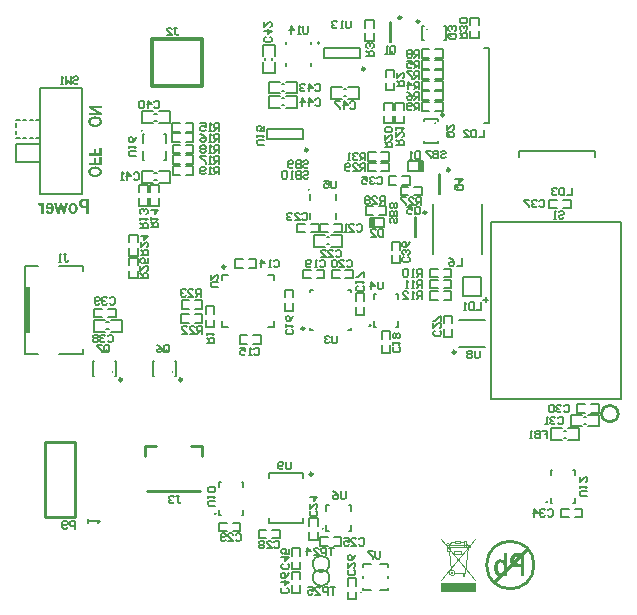
<source format=gbo>
G04 Layer_Color=32896*
%FSLAX24Y24*%
%MOIN*%
G70*
G01*
G75*
%ADD11C,0.0118*%
%ADD12C,0.0060*%
%ADD36C,0.0100*%
%ADD42C,0.0080*%
%ADD106C,0.0059*%
%ADD117C,0.0079*%
%ADD118C,0.0098*%
%ADD119C,0.0083*%
%ADD120C,0.0050*%
%ADD219C,0.0049*%
%ADD220C,0.0060*%
%ADD221R,0.1150X0.0289*%
%ADD222R,0.0197X0.1575*%
G36*
X15853Y1103D02*
X15743D01*
Y1182D01*
X15733Y1166D01*
X15722Y1152D01*
X15712Y1140D01*
X15702Y1131D01*
X15693Y1123D01*
X15686Y1117D01*
X15682Y1114D01*
X15680Y1113D01*
X15666Y1105D01*
X15652Y1100D01*
X15640Y1096D01*
X15628Y1093D01*
X15618Y1091D01*
X15611Y1090D01*
X15604D01*
X15590Y1091D01*
X15577Y1093D01*
X15564Y1097D01*
X15552Y1102D01*
X15530Y1113D01*
X15510Y1127D01*
X15495Y1141D01*
X15488Y1147D01*
X15483Y1152D01*
X15479Y1157D01*
X15476Y1161D01*
X15474Y1163D01*
X15473Y1164D01*
X15463Y1179D01*
X15454Y1195D01*
X15447Y1212D01*
X15441Y1229D01*
X15431Y1265D01*
X15424Y1299D01*
X15422Y1315D01*
X15420Y1330D01*
X15419Y1344D01*
X15418Y1355D01*
X15417Y1365D01*
Y1372D01*
Y1376D01*
Y1378D01*
X15418Y1403D01*
X15419Y1427D01*
X15422Y1449D01*
X15426Y1469D01*
X15430Y1488D01*
X15434Y1506D01*
X15439Y1521D01*
X15444Y1535D01*
X15450Y1548D01*
X15455Y1558D01*
X15459Y1567D01*
X15463Y1575D01*
X15467Y1581D01*
X15470Y1585D01*
X15471Y1587D01*
X15472Y1588D01*
X15483Y1601D01*
X15494Y1612D01*
X15505Y1621D01*
X15516Y1630D01*
X15527Y1637D01*
X15539Y1642D01*
X15549Y1647D01*
X15560Y1651D01*
X15578Y1656D01*
X15586Y1658D01*
X15593Y1659D01*
X15598Y1660D01*
X15606D01*
X15620Y1659D01*
X15633Y1657D01*
X15644Y1654D01*
X15655Y1651D01*
X15664Y1647D01*
X15670Y1644D01*
X15674Y1642D01*
X15676Y1641D01*
X15688Y1633D01*
X15699Y1624D01*
X15709Y1615D01*
X15717Y1605D01*
X15725Y1597D01*
X15730Y1590D01*
X15734Y1586D01*
X15735Y1584D01*
Y1855D01*
X15853D01*
Y1103D01*
D02*
G37*
G36*
X2330Y16694D02*
X2037D01*
X2330Y16547D01*
Y16477D01*
X1892D01*
Y16545D01*
X2178D01*
X1892Y16689D01*
Y16762D01*
X2330D01*
Y16694D01*
D02*
G37*
G36*
X1392Y13540D02*
X1406Y13538D01*
X1420Y13534D01*
X1431Y13530D01*
X1440Y13526D01*
X1448Y13522D01*
X1450Y13521D01*
X1452Y13520D01*
X1453Y13519D01*
X1454D01*
X1466Y13510D01*
X1476Y13500D01*
X1486Y13488D01*
X1494Y13478D01*
X1500Y13468D01*
X1505Y13460D01*
X1507Y13457D01*
X1508Y13455D01*
X1509Y13454D01*
Y13453D01*
X1516Y13436D01*
X1521Y13419D01*
X1524Y13403D01*
X1527Y13388D01*
X1528Y13381D01*
X1528Y13375D01*
X1529Y13370D01*
Y13365D01*
X1530Y13361D01*
Y13358D01*
Y13356D01*
Y13356D01*
X1529Y13339D01*
X1528Y13323D01*
X1526Y13308D01*
X1523Y13294D01*
X1520Y13281D01*
X1516Y13269D01*
X1512Y13259D01*
X1508Y13249D01*
X1504Y13241D01*
X1500Y13233D01*
X1496Y13227D01*
X1493Y13221D01*
X1490Y13217D01*
X1488Y13215D01*
X1487Y13213D01*
X1486Y13212D01*
X1478Y13203D01*
X1469Y13195D01*
X1460Y13189D01*
X1450Y13183D01*
X1441Y13178D01*
X1432Y13174D01*
X1423Y13171D01*
X1415Y13168D01*
X1407Y13165D01*
X1400Y13164D01*
X1393Y13163D01*
X1387Y13162D01*
X1383D01*
X1379Y13161D01*
X1376D01*
X1361Y13162D01*
X1347Y13165D01*
X1334Y13169D01*
X1323Y13173D01*
X1314Y13177D01*
X1306Y13181D01*
X1304Y13182D01*
X1302Y13183D01*
X1301Y13184D01*
X1300D01*
X1288Y13193D01*
X1277Y13204D01*
X1268Y13215D01*
X1259Y13226D01*
X1253Y13236D01*
X1249Y13244D01*
X1247Y13247D01*
X1245Y13249D01*
X1245Y13251D01*
Y13251D01*
X1237Y13269D01*
X1232Y13287D01*
X1228Y13303D01*
X1225Y13319D01*
X1225Y13327D01*
X1224Y13333D01*
X1223Y13339D01*
X1223Y13344D01*
Y13348D01*
Y13350D01*
Y13352D01*
Y13353D01*
X1223Y13367D01*
X1225Y13380D01*
X1227Y13393D01*
X1229Y13405D01*
X1232Y13417D01*
X1236Y13428D01*
X1239Y13438D01*
X1243Y13447D01*
X1247Y13455D01*
X1251Y13462D01*
X1255Y13469D01*
X1257Y13474D01*
X1260Y13479D01*
X1262Y13482D01*
X1263Y13484D01*
X1264Y13484D01*
X1272Y13494D01*
X1280Y13503D01*
X1290Y13510D01*
X1299Y13517D01*
X1308Y13522D01*
X1318Y13527D01*
X1326Y13531D01*
X1336Y13534D01*
X1344Y13536D01*
X1352Y13538D01*
X1358Y13539D01*
X1364Y13540D01*
X1370D01*
X1373Y13541D01*
X1376D01*
X1392Y13540D01*
D02*
G37*
G36*
X2131Y16418D02*
X2150Y16416D01*
X2167Y16414D01*
X2183Y16411D01*
X2198Y16408D01*
X2212Y16403D01*
X2224Y16399D01*
X2235Y16394D01*
X2245Y16389D01*
X2254Y16385D01*
X2262Y16381D01*
X2267Y16377D01*
X2272Y16374D01*
X2275Y16372D01*
X2278Y16370D01*
X2278Y16370D01*
X2289Y16360D01*
X2298Y16350D01*
X2306Y16340D01*
X2313Y16329D01*
X2319Y16319D01*
X2323Y16309D01*
X2327Y16299D01*
X2330Y16289D01*
X2333Y16280D01*
X2335Y16271D01*
X2336Y16264D01*
X2337Y16257D01*
X2337Y16252D01*
X2338Y16248D01*
Y16245D01*
Y16244D01*
Y16234D01*
X2337Y16225D01*
X2334Y16208D01*
X2330Y16192D01*
X2328Y16185D01*
X2326Y16179D01*
X2323Y16173D01*
X2321Y16168D01*
X2319Y16164D01*
X2317Y16160D01*
X2315Y16157D01*
X2314Y16155D01*
X2313Y16154D01*
X2313Y16153D01*
X2308Y16146D01*
X2302Y16140D01*
X2291Y16128D01*
X2278Y16118D01*
X2266Y16109D01*
X2255Y16102D01*
X2250Y16099D01*
X2245Y16097D01*
X2242Y16095D01*
X2239Y16094D01*
X2238Y16093D01*
X2237D01*
X2227Y16089D01*
X2217Y16085D01*
X2196Y16079D01*
X2174Y16076D01*
X2164Y16074D01*
X2154Y16073D01*
X2144Y16072D01*
X2136Y16071D01*
X2128Y16071D01*
X2121D01*
X2116Y16070D01*
X2108D01*
X2088Y16071D01*
X2070Y16072D01*
X2052Y16075D01*
X2036Y16078D01*
X2021Y16082D01*
X2007Y16086D01*
X1994Y16091D01*
X1983Y16096D01*
X1972Y16100D01*
X1964Y16105D01*
X1955Y16110D01*
X1950Y16113D01*
X1944Y16117D01*
X1941Y16119D01*
X1939Y16121D01*
X1938Y16121D01*
X1929Y16130D01*
X1920Y16139D01*
X1913Y16149D01*
X1907Y16159D01*
X1902Y16170D01*
X1897Y16180D01*
X1894Y16190D01*
X1891Y16199D01*
X1889Y16209D01*
X1887Y16217D01*
X1886Y16225D01*
X1885Y16231D01*
Y16237D01*
X1884Y16241D01*
Y16244D01*
Y16244D01*
X1885Y16258D01*
X1887Y16272D01*
X1890Y16285D01*
X1893Y16296D01*
X1897Y16307D01*
X1901Y16317D01*
X1906Y16327D01*
X1912Y16335D01*
X1916Y16342D01*
X1922Y16349D01*
X1926Y16354D01*
X1930Y16359D01*
X1933Y16362D01*
X1936Y16364D01*
X1938Y16366D01*
X1939Y16367D01*
X1951Y16376D01*
X1964Y16384D01*
X1978Y16391D01*
X1992Y16396D01*
X2006Y16402D01*
X2021Y16406D01*
X2035Y16409D01*
X2048Y16412D01*
X2061Y16415D01*
X2073Y16416D01*
X2084Y16417D01*
X2093Y16418D01*
X2101D01*
X2106Y16419D01*
X2111D01*
X2131Y16418D01*
D02*
G37*
G36*
Y14748D02*
X2150Y14746D01*
X2167Y14744D01*
X2183Y14741D01*
X2198Y14738D01*
X2212Y14733D01*
X2224Y14729D01*
X2235Y14724D01*
X2245Y14719D01*
X2254Y14715D01*
X2262Y14711D01*
X2267Y14707D01*
X2272Y14704D01*
X2275Y14702D01*
X2278Y14700D01*
X2278Y14700D01*
X2289Y14690D01*
X2298Y14680D01*
X2306Y14670D01*
X2313Y14659D01*
X2319Y14649D01*
X2323Y14639D01*
X2327Y14629D01*
X2330Y14619D01*
X2333Y14610D01*
X2335Y14601D01*
X2336Y14594D01*
X2337Y14587D01*
X2337Y14582D01*
X2338Y14578D01*
Y14575D01*
Y14574D01*
Y14564D01*
X2337Y14555D01*
X2334Y14538D01*
X2330Y14522D01*
X2328Y14515D01*
X2326Y14509D01*
X2323Y14503D01*
X2321Y14498D01*
X2319Y14494D01*
X2317Y14490D01*
X2315Y14487D01*
X2314Y14485D01*
X2313Y14484D01*
X2313Y14483D01*
X2308Y14476D01*
X2302Y14470D01*
X2291Y14458D01*
X2278Y14448D01*
X2266Y14439D01*
X2255Y14432D01*
X2250Y14429D01*
X2245Y14427D01*
X2242Y14425D01*
X2239Y14424D01*
X2238Y14423D01*
X2237D01*
X2227Y14419D01*
X2217Y14415D01*
X2196Y14409D01*
X2174Y14406D01*
X2164Y14404D01*
X2154Y14403D01*
X2144Y14402D01*
X2136Y14401D01*
X2128Y14401D01*
X2121D01*
X2116Y14400D01*
X2108D01*
X2088Y14401D01*
X2070Y14402D01*
X2052Y14405D01*
X2036Y14408D01*
X2021Y14412D01*
X2007Y14416D01*
X1994Y14421D01*
X1983Y14426D01*
X1972Y14430D01*
X1964Y14435D01*
X1955Y14440D01*
X1950Y14443D01*
X1944Y14447D01*
X1941Y14449D01*
X1939Y14451D01*
X1938Y14451D01*
X1929Y14460D01*
X1920Y14469D01*
X1913Y14479D01*
X1907Y14489D01*
X1902Y14500D01*
X1897Y14510D01*
X1894Y14520D01*
X1891Y14529D01*
X1889Y14539D01*
X1887Y14547D01*
X1886Y14555D01*
X1885Y14561D01*
Y14567D01*
X1884Y14571D01*
Y14574D01*
Y14574D01*
X1885Y14588D01*
X1887Y14602D01*
X1890Y14615D01*
X1893Y14626D01*
X1897Y14637D01*
X1901Y14647D01*
X1906Y14657D01*
X1912Y14665D01*
X1916Y14672D01*
X1922Y14679D01*
X1926Y14684D01*
X1930Y14689D01*
X1933Y14692D01*
X1936Y14694D01*
X1938Y14696D01*
X1939Y14697D01*
X1951Y14706D01*
X1964Y14714D01*
X1978Y14721D01*
X1992Y14726D01*
X2006Y14732D01*
X2021Y14736D01*
X2035Y14739D01*
X2048Y14742D01*
X2061Y14745D01*
X2073Y14746D01*
X2084Y14747D01*
X2093Y14748D01*
X2101D01*
X2106Y14749D01*
X2111D01*
X2131Y14748D01*
D02*
G37*
G36*
X2330Y14806D02*
X1892D01*
Y14879D01*
X2078D01*
Y15029D01*
X2152D01*
Y14879D01*
X2256D01*
Y15052D01*
X2330D01*
Y14806D01*
D02*
G37*
G36*
Y15113D02*
X1892D01*
Y15185D01*
X2078D01*
Y15336D01*
X2152D01*
Y15185D01*
X2256D01*
Y15359D01*
X2330D01*
Y15113D01*
D02*
G37*
G36*
X16420Y1103D02*
X16296D01*
Y1387D01*
X16195D01*
X16176Y1388D01*
X16158Y1389D01*
X16142Y1390D01*
X16128Y1392D01*
X16115Y1394D01*
X16103Y1396D01*
X16093Y1398D01*
X16084Y1400D01*
X16076Y1402D01*
X16070Y1404D01*
X16065Y1406D01*
X16061Y1407D01*
X16058Y1408D01*
X16057Y1409D01*
X16056D01*
X16039Y1419D01*
X16025Y1430D01*
X16011Y1443D01*
X16000Y1456D01*
X15991Y1467D01*
X15985Y1477D01*
X15982Y1481D01*
X15980Y1484D01*
X15979Y1485D01*
Y1486D01*
X15969Y1508D01*
X15961Y1531D01*
X15956Y1554D01*
X15952Y1575D01*
X15950Y1594D01*
X15949Y1602D01*
X15948Y1609D01*
Y1615D01*
Y1619D01*
Y1622D01*
Y1623D01*
X15950Y1655D01*
X15954Y1684D01*
X15959Y1709D01*
X15963Y1720D01*
X15966Y1730D01*
X15969Y1739D01*
X15973Y1747D01*
X15976Y1753D01*
X15978Y1759D01*
X15981Y1763D01*
X15982Y1766D01*
X15984Y1768D01*
Y1769D01*
X15998Y1789D01*
X16013Y1805D01*
X16029Y1818D01*
X16043Y1828D01*
X16056Y1835D01*
X16066Y1840D01*
X16070Y1842D01*
X16073Y1843D01*
X16074Y1844D01*
X16075D01*
X16082Y1846D01*
X16091Y1848D01*
X16101Y1849D01*
X16112Y1850D01*
X16136Y1852D01*
X16161Y1854D01*
X16184D01*
X16194Y1855D01*
X16420D01*
Y1103D01*
D02*
G37*
G36*
X1105Y13170D02*
X1029D01*
X978Y13402D01*
X926Y13170D01*
X852D01*
X755Y13532D01*
X833D01*
X890Y13295D01*
X940Y13532D01*
X1015D01*
X1067Y13295D01*
X1123Y13532D01*
X1199D01*
X1105Y13170D01*
D02*
G37*
G36*
X611Y13540D02*
X621Y13539D01*
X630Y13537D01*
X639Y13534D01*
X655Y13526D01*
X662Y13522D01*
X668Y13518D01*
X674Y13514D01*
X679Y13509D01*
X684Y13505D01*
X687Y13502D01*
X690Y13498D01*
X692Y13496D01*
X693Y13495D01*
X694Y13494D01*
X701Y13484D01*
X708Y13472D01*
X714Y13460D01*
X718Y13448D01*
X722Y13436D01*
X726Y13424D01*
X731Y13401D01*
X733Y13390D01*
X734Y13380D01*
X735Y13371D01*
X736Y13364D01*
X736Y13357D01*
Y13352D01*
Y13350D01*
Y13348D01*
X736Y13332D01*
X734Y13316D01*
X732Y13301D01*
X730Y13287D01*
X726Y13275D01*
X723Y13263D01*
X719Y13252D01*
X715Y13243D01*
X712Y13234D01*
X708Y13227D01*
X704Y13220D01*
X701Y13215D01*
X698Y13211D01*
X696Y13208D01*
X695Y13206D01*
X694Y13205D01*
X687Y13197D01*
X680Y13191D01*
X672Y13185D01*
X663Y13180D01*
X655Y13175D01*
X646Y13172D01*
X630Y13167D01*
X622Y13165D01*
X615Y13164D01*
X609Y13163D01*
X603Y13162D01*
X599Y13161D01*
X593D01*
X575Y13163D01*
X560Y13165D01*
X546Y13169D01*
X535Y13175D01*
X525Y13179D01*
X521Y13181D01*
X518Y13183D01*
X515Y13185D01*
X513Y13186D01*
X513Y13187D01*
X512D01*
X506Y13193D01*
X500Y13199D01*
X490Y13211D01*
X482Y13225D01*
X475Y13239D01*
X469Y13251D01*
X467Y13256D01*
X465Y13260D01*
X465Y13264D01*
X463Y13267D01*
X463Y13269D01*
Y13269D01*
X541Y13285D01*
X543Y13276D01*
X547Y13268D01*
X551Y13261D01*
X554Y13255D01*
X559Y13250D01*
X563Y13246D01*
X567Y13243D01*
X571Y13240D01*
X579Y13236D01*
X586Y13234D01*
X589D01*
X590Y13233D01*
X592D01*
X601Y13235D01*
X610Y13237D01*
X617Y13241D01*
X624Y13245D01*
X629Y13249D01*
X633Y13253D01*
X636Y13256D01*
X636Y13257D01*
X642Y13267D01*
X647Y13277D01*
X650Y13289D01*
X653Y13299D01*
X654Y13309D01*
X655Y13317D01*
X656Y13320D01*
Y13322D01*
Y13323D01*
Y13324D01*
X459D01*
Y13334D01*
X459Y13354D01*
X461Y13372D01*
X463Y13388D01*
X465Y13404D01*
X469Y13418D01*
X472Y13431D01*
X476Y13443D01*
X479Y13454D01*
X483Y13463D01*
X487Y13471D01*
X491Y13478D01*
X494Y13484D01*
X497Y13488D01*
X499Y13491D01*
X500Y13493D01*
X501Y13494D01*
X508Y13502D01*
X515Y13509D01*
X523Y13516D01*
X531Y13521D01*
X540Y13526D01*
X548Y13530D01*
X556Y13532D01*
X564Y13535D01*
X571Y13537D01*
X579Y13538D01*
X585Y13540D01*
X590Y13540D01*
X595Y13541D01*
X601D01*
X611Y13540D01*
D02*
G37*
G36*
X264D02*
X271Y13539D01*
X277Y13537D01*
X281Y13535D01*
X286Y13532D01*
X289Y13530D01*
X291Y13529D01*
X291Y13528D01*
X297Y13523D01*
X303Y13516D01*
X308Y13508D01*
X313Y13500D01*
X318Y13492D01*
X321Y13486D01*
X323Y13484D01*
X324Y13482D01*
X325Y13481D01*
Y13532D01*
X398D01*
Y13170D01*
X319D01*
Y13282D01*
Y13297D01*
Y13311D01*
X319Y13325D01*
Y13336D01*
X318Y13346D01*
X317Y13356D01*
Y13364D01*
X317Y13372D01*
X316Y13378D01*
X315Y13384D01*
Y13388D01*
X315Y13392D01*
Y13395D01*
X314Y13397D01*
Y13398D01*
Y13398D01*
X312Y13410D01*
X309Y13419D01*
X306Y13426D01*
X303Y13432D01*
X301Y13437D01*
X299Y13440D01*
X297Y13442D01*
X297Y13442D01*
X292Y13446D01*
X287Y13450D01*
X282Y13452D01*
X278Y13454D01*
X274Y13454D01*
X270Y13455D01*
X268D01*
X261Y13454D01*
X254Y13452D01*
X248Y13450D01*
X242Y13447D01*
X238Y13444D01*
X234Y13442D01*
X231Y13440D01*
X230Y13439D01*
X206Y13522D01*
X215Y13528D01*
X224Y13533D01*
X233Y13536D01*
X241Y13539D01*
X248Y13540D01*
X253Y13541D01*
X258D01*
X264Y13540D01*
D02*
G37*
G36*
X1892Y13170D02*
X1809D01*
Y13359D01*
X1742D01*
X1729Y13360D01*
X1717Y13360D01*
X1707Y13361D01*
X1697Y13362D01*
X1689Y13364D01*
X1681Y13365D01*
X1674Y13366D01*
X1668Y13368D01*
X1663Y13369D01*
X1659Y13370D01*
X1655Y13372D01*
X1653Y13372D01*
X1651Y13373D01*
X1650Y13374D01*
X1649D01*
X1638Y13380D01*
X1629Y13388D01*
X1620Y13396D01*
X1612Y13405D01*
X1606Y13412D01*
X1602Y13419D01*
X1600Y13422D01*
X1599Y13424D01*
X1598Y13424D01*
Y13425D01*
X1592Y13440D01*
X1586Y13455D01*
X1583Y13470D01*
X1580Y13484D01*
X1579Y13497D01*
X1578Y13502D01*
X1578Y13507D01*
Y13511D01*
Y13514D01*
Y13516D01*
Y13516D01*
X1579Y13538D01*
X1582Y13557D01*
X1585Y13574D01*
X1588Y13581D01*
X1590Y13588D01*
X1592Y13594D01*
X1594Y13599D01*
X1596Y13603D01*
X1598Y13607D01*
X1600Y13610D01*
X1600Y13612D01*
X1602Y13613D01*
Y13614D01*
X1611Y13627D01*
X1621Y13638D01*
X1631Y13646D01*
X1641Y13653D01*
X1649Y13658D01*
X1656Y13661D01*
X1659Y13662D01*
X1661Y13663D01*
X1661Y13664D01*
X1662D01*
X1667Y13665D01*
X1673Y13666D01*
X1679Y13667D01*
X1687Y13668D01*
X1703Y13669D01*
X1719Y13670D01*
X1735D01*
X1741Y13671D01*
X1892D01*
Y13170D01*
D02*
G37*
%LPC*%
G36*
X15640Y1550D02*
X15638D01*
X15623Y1548D01*
X15609Y1543D01*
X15597Y1537D01*
X15586Y1529D01*
X15578Y1521D01*
X15572Y1515D01*
X15568Y1510D01*
X15567Y1508D01*
X15562Y1500D01*
X15557Y1491D01*
X15550Y1470D01*
X15545Y1448D01*
X15542Y1426D01*
X15539Y1406D01*
Y1397D01*
X15538Y1389D01*
Y1383D01*
Y1378D01*
Y1375D01*
Y1374D01*
Y1358D01*
X15539Y1343D01*
X15541Y1329D01*
X15542Y1316D01*
X15544Y1304D01*
X15547Y1294D01*
X15549Y1284D01*
X15552Y1276D01*
X15555Y1268D01*
X15557Y1262D01*
X15559Y1256D01*
X15562Y1252D01*
X15563Y1248D01*
X15565Y1246D01*
X15566Y1244D01*
X15577Y1231D01*
X15588Y1221D01*
X15599Y1214D01*
X15610Y1209D01*
X15619Y1206D01*
X15626Y1205D01*
X15631Y1204D01*
X15633D01*
X15643Y1205D01*
X15652Y1207D01*
X15661Y1210D01*
X15669Y1214D01*
X15676Y1217D01*
X15681Y1220D01*
X15684Y1222D01*
X15685Y1223D01*
X15694Y1231D01*
X15701Y1240D01*
X15708Y1249D01*
X15713Y1258D01*
X15718Y1266D01*
X15721Y1273D01*
X15722Y1277D01*
X15723Y1279D01*
X15727Y1294D01*
X15730Y1312D01*
X15733Y1329D01*
X15734Y1347D01*
X15735Y1363D01*
X15736Y1369D01*
Y1375D01*
Y1380D01*
Y1384D01*
Y1386D01*
Y1387D01*
X15735Y1416D01*
X15732Y1441D01*
X15727Y1462D01*
X15722Y1479D01*
X15717Y1492D01*
X15712Y1502D01*
X15709Y1507D01*
X15708Y1509D01*
X15697Y1523D01*
X15685Y1533D01*
X15673Y1540D01*
X15662Y1545D01*
X15652Y1548D01*
X15645Y1549D01*
X15640Y1550D01*
D02*
G37*
G36*
X1378Y13463D02*
X1372D01*
X1366Y13462D01*
X1356Y13458D01*
X1347Y13454D01*
X1340Y13449D01*
X1334Y13444D01*
X1329Y13439D01*
X1326Y13436D01*
X1325Y13435D01*
Y13434D01*
X1318Y13422D01*
X1312Y13410D01*
X1308Y13396D01*
X1306Y13382D01*
X1304Y13370D01*
X1304Y13365D01*
X1303Y13360D01*
Y13357D01*
Y13354D01*
Y13352D01*
Y13352D01*
X1304Y13332D01*
X1306Y13315D01*
X1310Y13301D01*
X1314Y13289D01*
X1318Y13279D01*
X1321Y13273D01*
X1322Y13271D01*
X1324Y13269D01*
X1324Y13268D01*
Y13267D01*
X1332Y13258D01*
X1341Y13251D01*
X1350Y13246D01*
X1358Y13243D01*
X1365Y13241D01*
X1370Y13240D01*
X1374Y13239D01*
X1376D01*
X1387Y13241D01*
X1397Y13244D01*
X1406Y13248D01*
X1413Y13253D01*
X1419Y13259D01*
X1424Y13263D01*
X1427Y13266D01*
X1428Y13267D01*
X1435Y13279D01*
X1440Y13293D01*
X1444Y13307D01*
X1446Y13320D01*
X1448Y13333D01*
X1448Y13337D01*
Y13342D01*
X1449Y13346D01*
Y13348D01*
Y13350D01*
Y13351D01*
X1448Y13370D01*
X1446Y13387D01*
X1442Y13402D01*
X1438Y13413D01*
X1434Y13422D01*
X1431Y13429D01*
X1428Y13433D01*
X1428Y13434D01*
X1424Y13440D01*
X1420Y13444D01*
X1411Y13451D01*
X1402Y13456D01*
X1394Y13460D01*
X1388Y13462D01*
X1382Y13462D01*
X1378Y13463D01*
D02*
G37*
G36*
X2120Y16344D02*
X2113D01*
X2099Y16343D01*
X2085Y16343D01*
X2073Y16342D01*
X2062Y16339D01*
X2052Y16338D01*
X2042Y16335D01*
X2034Y16332D01*
X2026Y16330D01*
X2019Y16327D01*
X2013Y16325D01*
X2008Y16322D01*
X2004Y16320D01*
X2001Y16318D01*
X1999Y16317D01*
X1998Y16316D01*
X1997Y16315D01*
X1991Y16310D01*
X1985Y16304D01*
X1980Y16299D01*
X1976Y16293D01*
X1972Y16286D01*
X1969Y16280D01*
X1965Y16269D01*
X1962Y16259D01*
X1961Y16255D01*
X1961Y16251D01*
X1960Y16248D01*
Y16246D01*
Y16245D01*
Y16244D01*
X1961Y16237D01*
X1962Y16229D01*
X1964Y16222D01*
X1966Y16215D01*
X1972Y16203D01*
X1979Y16193D01*
X1986Y16184D01*
X1989Y16181D01*
X1992Y16178D01*
X1994Y16176D01*
X1996Y16174D01*
X1997Y16174D01*
X1997Y16173D01*
X2005Y16168D01*
X2013Y16164D01*
X2022Y16160D01*
X2031Y16157D01*
X2050Y16152D01*
X2069Y16148D01*
X2077Y16147D01*
X2085Y16146D01*
X2092Y16146D01*
X2099Y16145D01*
X2104Y16145D01*
X2111D01*
X2125Y16145D01*
X2138Y16146D01*
X2150Y16147D01*
X2161Y16149D01*
X2172Y16151D01*
X2181Y16153D01*
X2189Y16156D01*
X2197Y16159D01*
X2203Y16161D01*
X2209Y16163D01*
X2214Y16166D01*
X2218Y16168D01*
X2221Y16170D01*
X2223Y16171D01*
X2224Y16172D01*
X2225D01*
X2231Y16177D01*
X2237Y16183D01*
X2242Y16189D01*
X2246Y16195D01*
X2250Y16201D01*
X2253Y16207D01*
X2257Y16219D01*
X2260Y16229D01*
X2261Y16233D01*
X2262Y16237D01*
X2262Y16240D01*
Y16243D01*
Y16244D01*
Y16244D01*
X2262Y16252D01*
X2260Y16260D01*
X2259Y16268D01*
X2256Y16274D01*
X2250Y16286D01*
X2244Y16297D01*
X2237Y16305D01*
X2231Y16311D01*
X2229Y16313D01*
X2227Y16315D01*
X2226Y16315D01*
X2225Y16316D01*
X2218Y16321D01*
X2210Y16325D01*
X2192Y16332D01*
X2173Y16337D01*
X2155Y16341D01*
X2147Y16342D01*
X2139Y16343D01*
X2131Y16343D01*
X2125D01*
X2120Y16344D01*
D02*
G37*
G36*
Y14674D02*
X2113D01*
X2099Y14673D01*
X2085Y14673D01*
X2073Y14672D01*
X2062Y14669D01*
X2052Y14668D01*
X2042Y14665D01*
X2034Y14662D01*
X2026Y14660D01*
X2019Y14657D01*
X2013Y14655D01*
X2008Y14652D01*
X2004Y14650D01*
X2001Y14648D01*
X1999Y14647D01*
X1998Y14646D01*
X1997Y14645D01*
X1991Y14640D01*
X1985Y14634D01*
X1980Y14629D01*
X1976Y14623D01*
X1972Y14616D01*
X1969Y14610D01*
X1965Y14599D01*
X1962Y14589D01*
X1961Y14585D01*
X1961Y14581D01*
X1960Y14578D01*
Y14576D01*
Y14575D01*
Y14574D01*
X1961Y14567D01*
X1962Y14559D01*
X1964Y14552D01*
X1966Y14545D01*
X1972Y14533D01*
X1979Y14523D01*
X1986Y14514D01*
X1989Y14511D01*
X1992Y14508D01*
X1994Y14506D01*
X1996Y14504D01*
X1997Y14504D01*
X1997Y14503D01*
X2005Y14498D01*
X2013Y14494D01*
X2022Y14490D01*
X2031Y14487D01*
X2050Y14482D01*
X2069Y14478D01*
X2077Y14477D01*
X2085Y14476D01*
X2092Y14476D01*
X2099Y14475D01*
X2104Y14475D01*
X2111D01*
X2125Y14475D01*
X2138Y14476D01*
X2150Y14477D01*
X2161Y14479D01*
X2172Y14481D01*
X2181Y14483D01*
X2189Y14486D01*
X2197Y14489D01*
X2203Y14491D01*
X2209Y14493D01*
X2214Y14496D01*
X2218Y14498D01*
X2221Y14500D01*
X2223Y14501D01*
X2224Y14502D01*
X2225D01*
X2231Y14507D01*
X2237Y14513D01*
X2242Y14519D01*
X2246Y14525D01*
X2250Y14531D01*
X2253Y14537D01*
X2257Y14549D01*
X2260Y14559D01*
X2261Y14563D01*
X2262Y14567D01*
X2262Y14570D01*
Y14573D01*
Y14574D01*
Y14574D01*
X2262Y14582D01*
X2260Y14590D01*
X2259Y14598D01*
X2256Y14604D01*
X2250Y14616D01*
X2244Y14627D01*
X2237Y14635D01*
X2231Y14641D01*
X2229Y14643D01*
X2227Y14645D01*
X2226Y14645D01*
X2225Y14646D01*
X2218Y14651D01*
X2210Y14655D01*
X2192Y14662D01*
X2173Y14667D01*
X2155Y14671D01*
X2147Y14672D01*
X2139Y14673D01*
X2131Y14673D01*
X2125D01*
X2120Y14674D01*
D02*
G37*
G36*
X16296Y1728D02*
X16209D01*
X16198Y1727D01*
X16187D01*
X16178Y1726D01*
X16169Y1725D01*
X16162Y1724D01*
X16156D01*
X16146Y1722D01*
X16139Y1720D01*
X16135Y1719D01*
X16134D01*
X16125Y1715D01*
X16117Y1710D01*
X16110Y1704D01*
X16104Y1698D01*
X16099Y1693D01*
X16096Y1688D01*
X16094Y1685D01*
X16093Y1684D01*
X16087Y1674D01*
X16083Y1664D01*
X16080Y1653D01*
X16078Y1643D01*
X16077Y1634D01*
X16076Y1627D01*
Y1623D01*
Y1621D01*
X16077Y1608D01*
X16078Y1596D01*
X16081Y1585D01*
X16084Y1576D01*
X16087Y1568D01*
X16089Y1563D01*
X16091Y1559D01*
X16092Y1558D01*
X16098Y1549D01*
X16105Y1542D01*
X16112Y1536D01*
X16118Y1531D01*
X16124Y1528D01*
X16129Y1525D01*
X16132Y1524D01*
X16133Y1523D01*
X16138Y1521D01*
X16144Y1520D01*
X16158Y1518D01*
X16174Y1516D01*
X16190Y1515D01*
X16205D01*
X16217Y1514D01*
X16296D01*
Y1728D01*
D02*
G37*
G36*
X600Y13468D02*
X596D01*
X587Y13467D01*
X579Y13464D01*
X573Y13461D01*
X567Y13457D01*
X562Y13452D01*
X558Y13449D01*
X556Y13446D01*
X555Y13446D01*
X549Y13437D01*
X545Y13427D01*
X542Y13416D01*
X539Y13406D01*
X538Y13397D01*
X537Y13389D01*
X537Y13386D01*
Y13384D01*
Y13383D01*
Y13382D01*
X654D01*
X654Y13396D01*
X652Y13409D01*
X649Y13420D01*
X646Y13429D01*
X643Y13436D01*
X640Y13441D01*
X638Y13444D01*
X638Y13445D01*
X631Y13452D01*
X624Y13458D01*
X617Y13462D01*
X611Y13465D01*
X605Y13466D01*
X600Y13468D01*
D02*
G37*
G36*
X1809Y13586D02*
X1751D01*
X1744Y13586D01*
X1737D01*
X1731Y13585D01*
X1725Y13584D01*
X1720Y13584D01*
X1716D01*
X1709Y13582D01*
X1705Y13581D01*
X1702Y13580D01*
X1701D01*
X1695Y13578D01*
X1690Y13574D01*
X1685Y13570D01*
X1681Y13566D01*
X1678Y13563D01*
X1676Y13560D01*
X1675Y13558D01*
X1674Y13557D01*
X1670Y13550D01*
X1667Y13544D01*
X1665Y13536D01*
X1664Y13530D01*
X1663Y13524D01*
X1663Y13519D01*
Y13516D01*
Y13515D01*
X1663Y13506D01*
X1664Y13498D01*
X1666Y13491D01*
X1668Y13485D01*
X1670Y13480D01*
X1671Y13476D01*
X1673Y13474D01*
X1673Y13473D01*
X1677Y13467D01*
X1682Y13462D01*
X1687Y13458D01*
X1691Y13455D01*
X1695Y13453D01*
X1698Y13451D01*
X1700Y13450D01*
X1701Y13450D01*
X1704Y13448D01*
X1708Y13448D01*
X1717Y13446D01*
X1728Y13445D01*
X1739Y13444D01*
X1749D01*
X1757Y13444D01*
X1809D01*
Y13586D01*
D02*
G37*
%LPD*%
D11*
X4016Y17421D02*
Y18996D01*
X5689D01*
Y17421D02*
Y18996D01*
X4016Y17421D02*
X5689D01*
D12*
X13453Y16190D02*
G03*
X13453Y16190I-20J0D01*
G01*
X13170Y19323D02*
G03*
X13170Y19323I-20J0D01*
G01*
X4700Y7897D02*
G03*
X4700Y7897I-20J0D01*
G01*
X2700D02*
G03*
X2700Y7897I-20J0D01*
G01*
X12122Y16874D02*
X12418D01*
X12122Y16628D02*
Y16874D01*
X12418Y16628D02*
Y16874D01*
X12122Y16186D02*
Y16432D01*
Y16186D02*
X12418D01*
Y16432D01*
X11742Y16186D02*
X12038D01*
Y16432D01*
X11742Y16186D02*
Y16432D01*
X12038Y16628D02*
Y16874D01*
X11742D02*
X12038D01*
X11742Y16628D02*
Y16874D01*
X11216Y14582D02*
X11462D01*
X11658D02*
X11904D01*
X11216Y14878D02*
X11462D01*
X11658D02*
X11904D01*
Y14582D02*
Y14878D01*
X11216Y14582D02*
Y14878D01*
X14918Y19026D02*
Y19272D01*
Y19468D02*
Y19714D01*
X14622Y19026D02*
Y19272D01*
Y19468D02*
Y19714D01*
X14918D01*
X14622Y19026D02*
X14918D01*
X11216Y14942D02*
X11462D01*
X11658D02*
X11904D01*
X11216Y15238D02*
X11462D01*
X11658D02*
X11904D01*
Y14942D02*
Y15238D01*
X11216Y14942D02*
Y15238D01*
X11792Y17974D02*
X12088D01*
X11792Y17286D02*
X12088D01*
Y17532D01*
Y17728D02*
Y17974D01*
X11792Y17286D02*
Y17532D01*
Y17728D02*
Y17974D01*
X7486Y11373D02*
Y11649D01*
X6777Y11373D02*
Y11649D01*
Y11373D02*
X7033D01*
X7230D02*
X7486D01*
X6777Y11649D02*
X7033D01*
X7230D02*
X7486D01*
X6927Y8843D02*
Y9119D01*
X7636Y8843D02*
Y9119D01*
X7380D02*
X7636D01*
X6927D02*
X7183D01*
X7380Y8843D02*
X7636D01*
X6927D02*
X7183D01*
X8444Y9937D02*
X8719D01*
X8444Y10645D02*
X8719D01*
X8444Y10389D02*
Y10645D01*
Y9937D02*
Y10192D01*
X8719Y10389D02*
Y10645D01*
Y9937D02*
Y10192D01*
X10797Y10515D02*
X11073D01*
X10797Y9806D02*
X11073D01*
Y10062D01*
Y10259D02*
Y10515D01*
X10797Y9806D02*
Y10062D01*
Y10259D02*
Y10515D01*
X11662Y9254D02*
X11938D01*
X11662Y8546D02*
X11938D01*
Y8802D01*
Y8998D02*
Y9254D01*
X11662Y8546D02*
Y8802D01*
Y8998D02*
Y9254D01*
X9754Y11032D02*
Y11308D01*
X9046Y11032D02*
Y11308D01*
Y11032D02*
X9302D01*
X9498D02*
X9754D01*
X9046Y11308D02*
X9302D01*
X9498D02*
X9754D01*
X10006Y11032D02*
Y11308D01*
X10714Y11032D02*
Y11308D01*
X10458D02*
X10714D01*
X10006D02*
X10262D01*
X10458Y11032D02*
X10714D01*
X10006D02*
X10262D01*
X9625Y12556D02*
Y12832D01*
X10334Y12556D02*
Y12832D01*
X10078D02*
X10334D01*
X9625D02*
X9881D01*
X10078Y12556D02*
X10334D01*
X9625D02*
X9881D01*
X9407Y12077D02*
Y12471D01*
X10332Y12077D02*
Y12471D01*
X9968D02*
X10332D01*
X9407D02*
X9771D01*
X9968Y12077D02*
X10332D01*
X9407D02*
X9771D01*
X9564Y12556D02*
Y12832D01*
X8855Y12556D02*
Y12832D01*
Y12556D02*
X9111D01*
X9308D02*
X9564D01*
X8855Y12832D02*
X9111D01*
X9308D02*
X9564D01*
X9254Y3021D02*
X9529D01*
X9254Y2313D02*
X9529D01*
Y2569D01*
Y2766D02*
Y3021D01*
X9254Y2313D02*
Y2569D01*
Y2766D02*
Y3021D01*
X10316Y2109D02*
Y2385D01*
X9607Y2109D02*
Y2385D01*
Y2109D02*
X9863D01*
X10060D02*
X10316D01*
X9607Y2385D02*
X9863D01*
X10060D02*
X10316D01*
X10532Y1024D02*
X10808D01*
X10532Y316D02*
X10808D01*
Y572D01*
Y768D02*
Y1024D01*
X10532Y316D02*
Y572D01*
Y768D02*
Y1024D01*
X13739Y9065D02*
X14014D01*
X13739Y9774D02*
X14014D01*
X13739Y9518D02*
Y9774D01*
Y9065D02*
Y9321D01*
X14014Y9518D02*
Y9774D01*
Y9065D02*
Y9321D01*
X7564Y2365D02*
Y2640D01*
X8272Y2365D02*
Y2640D01*
X8016D02*
X8272D01*
X7564D02*
X7819D01*
X8016Y2365D02*
X8272D01*
X7564D02*
X7819D01*
X6954Y2602D02*
Y2878D01*
X6246Y2602D02*
Y2878D01*
Y2602D02*
X6502D01*
X6698D02*
X6954D01*
X6246Y2878D02*
X6502D01*
X6698D02*
X6954D01*
X18896Y6541D02*
Y6817D01*
X18188Y6541D02*
Y6817D01*
Y6541D02*
X18443D01*
X18640D02*
X18896D01*
X18188Y6817D02*
X18443D01*
X18640D02*
X18896D01*
X18914Y6082D02*
Y6476D01*
X17989Y6082D02*
Y6476D01*
Y6082D02*
X18353D01*
X18550D02*
X18914D01*
X17989Y6476D02*
X18353D01*
X18550D02*
X18914D01*
X17648Y3061D02*
Y3337D01*
X18356Y3061D02*
Y3337D01*
X18100D02*
X18356D01*
X17648D02*
X17903D01*
X18100Y3061D02*
X18356D01*
X17648D02*
X17903D01*
X11992Y12234D02*
X12268D01*
X11992Y11526D02*
X12268D01*
Y11782D01*
Y11978D02*
Y12234D01*
X11992Y11526D02*
Y11782D01*
Y11978D02*
Y12234D01*
X17964Y13362D02*
Y13638D01*
X17256Y13362D02*
Y13638D01*
Y13362D02*
X17512D01*
X17708D02*
X17964D01*
X17256Y13638D02*
X17512D01*
X17708D02*
X17964D01*
X2993Y9243D02*
Y9637D01*
X2067Y9243D02*
Y9637D01*
Y9243D02*
X2432D01*
X2628D02*
X2993D01*
X2067Y9637D02*
X2432D01*
X2628D02*
X2993D01*
X2794Y9722D02*
Y9998D01*
X2086Y9722D02*
Y9998D01*
Y9722D02*
X2342D01*
X2538D02*
X2794D01*
X2086Y9998D02*
X2342D01*
X2538D02*
X2794D01*
X3667Y16193D02*
Y16587D01*
X4593Y16193D02*
Y16587D01*
X4228D02*
X4593D01*
X3667D02*
X4032D01*
X4228Y16193D02*
X4593D01*
X3667D02*
X4032D01*
X3667Y14213D02*
Y14607D01*
X4593Y14213D02*
Y14607D01*
X4228D02*
X4593D01*
X3667D02*
X4032D01*
X4228Y14213D02*
X4593D01*
X3667D02*
X4032D01*
X7703Y18783D02*
X8097D01*
X7703Y17857D02*
X8097D01*
Y18222D01*
Y18418D02*
Y18783D01*
X7703Y17857D02*
Y18222D01*
Y18418D02*
Y18783D01*
X8843Y17183D02*
Y17577D01*
X7917Y17183D02*
Y17577D01*
Y17183D02*
X8282D01*
X8478D02*
X8843D01*
X7917Y17577D02*
X8282D01*
X8478D02*
X8843D01*
Y16713D02*
Y17107D01*
X7917Y16713D02*
Y17107D01*
Y16713D02*
X8282D01*
X8478D02*
X8843D01*
X7917Y17107D02*
X8282D01*
X8478D02*
X8843D01*
X8669Y2024D02*
X8945D01*
X8669Y1315D02*
X8945D01*
Y1571D01*
Y1768D02*
Y2024D01*
X8669Y1315D02*
Y1571D01*
Y1768D02*
Y2024D01*
Y1244D02*
X8945D01*
X8669Y535D02*
X8945D01*
Y791D01*
Y988D02*
Y1244D01*
X8669Y535D02*
Y791D01*
Y988D02*
Y1244D01*
X10903Y17013D02*
Y17407D01*
X9977Y17013D02*
Y17407D01*
Y17013D02*
X10342D01*
X10538D02*
X10903D01*
X9977Y17407D02*
X10342D01*
X10538D02*
X10903D01*
X18243Y5623D02*
Y6017D01*
X17317Y5623D02*
Y6017D01*
X17878D02*
X18243D01*
X17317D02*
X17682D01*
X17878Y5623D02*
X18243D01*
X17317D02*
X17682D01*
X-217Y8484D02*
Y11437D01*
X1722Y11250D02*
Y11437D01*
Y8484D02*
Y8671D01*
X14980Y10433D02*
Y11063D01*
X14390Y10433D02*
Y11063D01*
X13551Y15540D02*
Y15599D01*
X13079Y15540D02*
Y15599D01*
Y15540D02*
X13551D01*
X13079Y16328D02*
X13551D01*
Y16269D02*
Y16328D01*
X13079Y16269D02*
Y16328D01*
X13741Y19441D02*
X13800D01*
X13741Y18969D02*
X13800D01*
X13800D02*
Y19441D01*
X13012Y18969D02*
Y19441D01*
X13071D01*
X13012Y18969D02*
X13071D01*
X6089Y9396D02*
Y9642D01*
Y9839D02*
Y10085D01*
X5794Y9396D02*
Y9642D01*
Y9839D02*
Y10085D01*
X6089D01*
X5794Y9396D02*
X6089D01*
X13448Y17598D02*
X13694D01*
X13006D02*
X13252D01*
X13448Y17302D02*
X13694D01*
X13006D02*
X13252D01*
X13006D02*
Y17598D01*
X13694Y17302D02*
Y17598D01*
X13448Y18298D02*
X13694D01*
X13006D02*
X13252D01*
X13448Y18002D02*
X13694D01*
X13006D02*
X13252D01*
X13006D02*
Y18298D01*
X13694Y18002D02*
Y18298D01*
X13448Y17248D02*
X13694D01*
X13006D02*
X13252D01*
X13448Y16952D02*
X13694D01*
X13006D02*
X13252D01*
X13006D02*
Y17248D01*
X13694Y16952D02*
Y17248D01*
X13448Y17948D02*
X13694D01*
X13006D02*
X13252D01*
X13448Y17652D02*
X13694D01*
X13006D02*
X13252D01*
X13006D02*
Y17948D01*
X13694Y17652D02*
Y17948D01*
X13448Y18648D02*
X13694D01*
X13006D02*
X13252D01*
X13448Y18352D02*
X13694D01*
X13006D02*
X13252D01*
X13006D02*
Y18648D01*
X13694Y18352D02*
Y18648D01*
X13448Y16898D02*
X13694D01*
X13006D02*
X13252D01*
X13448Y16602D02*
X13694D01*
X13006D02*
X13252D01*
X13006D02*
Y16898D01*
X13694Y16602D02*
Y16898D01*
X13728Y11346D02*
X13974D01*
X13286D02*
X13532D01*
X13728Y11051D02*
X13974D01*
X13286D02*
X13532D01*
X13286D02*
Y11346D01*
X13974Y11051D02*
Y11346D01*
X13728Y10976D02*
X13974D01*
X13286D02*
X13532D01*
X13728Y10681D02*
X13974D01*
X13286D02*
X13532D01*
X13286D02*
Y10976D01*
X13974Y10681D02*
Y10976D01*
X13728Y10606D02*
X13974D01*
X13286D02*
X13532D01*
X13728Y10311D02*
X13974D01*
X13286D02*
X13532D01*
X13286D02*
Y10606D01*
X13974Y10311D02*
Y10606D01*
X3878Y13446D02*
Y13692D01*
Y13888D02*
Y14134D01*
X3582Y13446D02*
Y13692D01*
Y13888D02*
Y14134D01*
X3878D01*
X3582Y13446D02*
X3878D01*
X3952Y13888D02*
Y14134D01*
Y13446D02*
Y13692D01*
X4248Y13888D02*
Y14134D01*
Y13446D02*
Y13692D01*
X3952Y13446D02*
X4248D01*
X3952Y14134D02*
X4248D01*
X4686Y15912D02*
X4932D01*
X5128D02*
X5374D01*
X4686Y16208D02*
X4932D01*
X5128D02*
X5374D01*
Y15912D02*
Y16208D01*
X4686Y15912D02*
Y16208D01*
X5128Y15848D02*
X5374D01*
X4686D02*
X4932D01*
X5128Y15552D02*
X5374D01*
X4686D02*
X4932D01*
X4686D02*
Y15848D01*
X5374Y15552D02*
Y15848D01*
X5138Y15118D02*
X5384D01*
X4696D02*
X4942D01*
X5138Y14822D02*
X5384D01*
X4696D02*
X4942D01*
X4696D02*
Y15118D01*
X5384Y14822D02*
Y15118D01*
X5138Y15478D02*
X5384D01*
X4696D02*
X4942D01*
X5138Y15182D02*
X5384D01*
X4696D02*
X4942D01*
X4696D02*
Y15478D01*
X5384Y15182D02*
Y15478D01*
X5138Y14758D02*
X5384D01*
X4696D02*
X4942D01*
X5138Y14462D02*
X5384D01*
X4696D02*
X4942D01*
X4696D02*
Y14758D01*
X5384Y14462D02*
Y14758D01*
X4986Y9532D02*
X5232D01*
X5428D02*
X5674D01*
X4986Y9828D02*
X5232D01*
X5428D02*
X5674D01*
Y9532D02*
Y9828D01*
X4986Y9532D02*
Y9828D01*
X4996Y9992D02*
X5242D01*
X5438D02*
X5684D01*
X4996Y10288D02*
X5242D01*
X5438D02*
X5684D01*
Y9992D02*
Y10288D01*
X4996Y9992D02*
Y10288D01*
X3538Y11776D02*
Y12022D01*
Y12218D02*
Y12464D01*
X3242Y11776D02*
Y12022D01*
Y12218D02*
Y12464D01*
X3538D01*
X3242Y11776D02*
X3538D01*
X3242Y11458D02*
Y11704D01*
Y11016D02*
Y11262D01*
X3538Y11458D02*
Y11704D01*
Y11016D02*
Y11262D01*
X3242Y11016D02*
X3538D01*
X3242Y11704D02*
X3538D01*
X12306Y13782D02*
X12552D01*
X12748D02*
X12994D01*
X12306Y14078D02*
X12552D01*
X12748D02*
X12994D01*
Y13782D02*
Y14078D01*
X12306Y13782D02*
Y14078D01*
X11136Y13132D02*
X11382D01*
X11578D02*
X11824D01*
X11136Y13428D02*
X11382D01*
X11578D02*
X11824D01*
Y13132D02*
Y13428D01*
X11136Y13132D02*
Y13428D01*
X-522Y14909D02*
X285D01*
X-522D02*
Y15500D01*
X285D01*
X-522Y16287D02*
X-404D01*
X-522Y15697D02*
X-404D01*
X-522Y16067D02*
Y16165D01*
X-293Y15697D02*
X-175D01*
X-293Y16287D02*
X-175D01*
X148D02*
X285D01*
X-73D02*
X45D01*
X-522Y15831D02*
Y15929D01*
X-73Y15697D02*
X45D01*
X148D02*
X285D01*
X-522Y16071D02*
Y16189D01*
X285Y13827D02*
X1663D01*
X285D02*
Y17370D01*
X1663D01*
Y13827D02*
Y17370D01*
X4030Y7779D02*
X4089D01*
X4030Y8251D02*
X4089D01*
X4030Y7779D02*
Y8251D01*
X4818Y7779D02*
Y8251D01*
X4759Y7779D02*
X4818D01*
X4759Y8251D02*
X4818D01*
X2030Y7779D02*
X2089D01*
X2030Y8251D02*
X2089D01*
X2030Y7779D02*
Y8251D01*
X2818Y7779D02*
Y8251D01*
X2759Y7779D02*
X2818D01*
X2759Y8251D02*
X2818D01*
X11896Y14418D02*
X12152D01*
X11896Y14142D02*
Y14418D01*
X12348D02*
X12604D01*
Y14142D02*
Y14418D01*
X11896Y14142D02*
X12152D01*
X12348D02*
X12604D01*
X11122Y19378D02*
Y19624D01*
Y18936D02*
Y19182D01*
X11418Y19378D02*
Y19624D01*
Y18936D02*
Y19182D01*
X11122Y18936D02*
X11418D01*
X11122Y19624D02*
X11418D01*
X1866Y2874D02*
Y3007D01*
Y2941D01*
X2266D01*
X2199Y2874D01*
D36*
X19548Y6509D02*
G03*
X19548Y6509I-276J0D01*
G01*
X16740Y1463D02*
G03*
X16740Y1463I-790J0D01*
G01*
X15400Y913D02*
X16500Y2013D01*
X3848Y3917D02*
X5610D01*
X5689Y5108D02*
Y5433D01*
X3760Y5108D02*
Y5433D01*
X5315D02*
X5689D01*
X3760D02*
X4134D01*
X445Y3075D02*
Y5571D01*
Y3075D02*
X1429D01*
Y5571D01*
X445D02*
X1429D01*
D42*
X9599Y18864D02*
G03*
X9599Y18864I-39J0D01*
G01*
D106*
X9921Y1040D02*
G03*
X9921Y1040I-276J0D01*
G01*
Y1500D02*
G03*
X9921Y1500I-276J0D01*
G01*
X3676Y15941D02*
G03*
X3676Y15941I-20J0D01*
G01*
X12554Y14603D02*
X13026D01*
X12554D02*
Y14917D01*
X13026D01*
Y14603D02*
Y14917D01*
X12987Y14603D02*
Y14917D01*
X12947Y14603D02*
Y14917D01*
X12908Y14603D02*
Y14917D01*
X11284Y13047D02*
X11756D01*
Y12733D02*
Y13047D01*
X11284Y12733D02*
X11756D01*
X11284D02*
Y13047D01*
X11323Y12733D02*
Y13047D01*
X11363Y12733D02*
Y13047D01*
X11402Y12733D02*
Y13047D01*
X13383Y11833D02*
Y13487D01*
X15017Y11833D02*
Y13487D01*
X14390Y10433D02*
X14980D01*
X14390Y11063D02*
X14980D01*
X10134Y13001D02*
Y13207D01*
Y13640D02*
Y13847D01*
X9287Y13001D02*
Y13207D01*
Y13640D02*
Y13847D01*
X9807Y2607D02*
X9895D01*
X10565D02*
X10653D01*
X10565Y3453D02*
X10653D01*
X9807D02*
X9895D01*
X10653Y2607D02*
Y2794D01*
X9807Y2607D02*
Y2794D01*
X10653Y3266D02*
Y3453D01*
X9807Y3266D02*
Y3453D01*
X11037Y637D02*
X11303D01*
X11617D02*
X11883D01*
X11037Y1483D02*
X11303D01*
X11617D02*
X11883D01*
X11037Y1414D02*
Y1483D01*
X11883Y1414D02*
Y1483D01*
X11037Y1021D02*
Y1099D01*
Y637D02*
Y706D01*
X11883Y1021D02*
Y1099D01*
Y637D02*
Y706D01*
X4464Y15538D02*
Y15823D01*
X4415Y15823D02*
X4464D01*
Y14977D02*
Y15262D01*
X3696Y14977D02*
X3745D01*
X3696D02*
Y15262D01*
Y15538D02*
Y15823D01*
Y15823D02*
X3745D01*
X4415Y14977D02*
X4464D01*
X8467Y18825D02*
Y18914D01*
X9313Y18825D02*
Y18914D01*
X8467Y18106D02*
Y18195D01*
X9313Y18106D02*
Y18195D01*
X15207Y10305D02*
X15049D01*
X15128Y10384D02*
Y10226D01*
D117*
X9238Y13975D02*
G03*
X9238Y13975I-20J0D01*
G01*
X9699Y2676D02*
G03*
X9699Y2676I-20J0D01*
G01*
X10968Y548D02*
G03*
X10968Y548I-20J0D01*
G01*
X9830Y12392D02*
X9909D01*
X9830Y12156D02*
X9909D01*
X18413Y6161D02*
X18491D01*
X18413Y6397D02*
X18491D01*
X2491Y9322D02*
X2569D01*
X2491Y9558D02*
X2569D01*
X4091Y16508D02*
X4169D01*
X4091Y16272D02*
X4169D01*
X4091Y14528D02*
X4169D01*
X4091Y14292D02*
X4169D01*
X8018Y18281D02*
Y18359D01*
X7782Y18281D02*
Y18359D01*
X8341Y17262D02*
X8419D01*
X8341Y17498D02*
X8419D01*
X8341Y16792D02*
X8419D01*
X8341Y17028D02*
X8419D01*
X10401Y17092D02*
X10479D01*
X10401Y17328D02*
X10479D01*
X17741Y5938D02*
X17819D01*
X17741Y5702D02*
X17819D01*
X13560Y13815D02*
Y14485D01*
X13600Y13815D02*
Y14485D01*
X13560Y13815D02*
X13600D01*
X13560Y14485D02*
X13600D01*
X12781Y12395D02*
Y13065D01*
X12820Y12395D02*
Y13065D01*
X12781Y12395D02*
X12820D01*
X12781Y13065D02*
X12820D01*
X15317Y7008D02*
X19648D01*
X15317D02*
Y12913D01*
X19648D01*
Y7008D02*
Y12913D01*
X8076Y10949D02*
Y11146D01*
X7879D02*
X8076D01*
Y9414D02*
Y9611D01*
X7879Y9414D02*
X8076D01*
X6344D02*
X6541D01*
X6344D02*
Y9611D01*
Y10949D02*
Y11146D01*
X6541D01*
X9291Y9291D02*
Y9370D01*
Y9291D02*
X9370D01*
X10551D02*
X10630D01*
Y9370D01*
Y10551D02*
Y10630D01*
X10551D02*
X10630D01*
X9291Y10551D02*
Y10630D01*
X9370D01*
X11415Y10335D02*
Y10512D01*
X12203Y10335D02*
X12203Y10512D01*
X12203Y9587D02*
X12203Y9409D01*
X11415D02*
Y9587D01*
Y9409D02*
X11465D01*
X11415Y10512D02*
X11465D01*
X12154D02*
X12203D01*
X12154Y9409D02*
X12203D01*
X14252Y8720D02*
X15118D01*
X14252Y9626D02*
X15118D01*
X9039Y4372D02*
Y4529D01*
X7897D02*
X9039D01*
X7897Y4372D02*
Y4529D01*
Y2876D02*
Y3033D01*
Y2876D02*
X9039D01*
Y3033D01*
X6256Y4054D02*
Y4231D01*
X7044Y4054D02*
X7044Y4231D01*
X7044Y3306D02*
X7044Y3129D01*
X6256D02*
Y3306D01*
Y3129D02*
X6306D01*
X6256Y4231D02*
X6306D01*
X6994D02*
X7044D01*
X6994Y3129D02*
X7044D01*
X17308Y4453D02*
Y4630D01*
X18096Y4453D02*
X18096Y4630D01*
X18096Y3705D02*
X18096Y3528D01*
X17308D02*
Y3705D01*
Y3528D02*
X17357D01*
X17308Y4630D02*
X17357D01*
X18046D02*
X18096D01*
X18046Y3528D02*
X18096D01*
X10931Y18353D02*
Y18707D01*
X9749Y18353D02*
Y18707D01*
Y18353D02*
X10931D01*
X9749Y18707D02*
X10931D01*
X9031Y15653D02*
Y16007D01*
X7849Y15653D02*
Y16007D01*
Y15653D02*
X9031D01*
X7849Y16007D02*
X9031D01*
X11940Y18895D02*
Y19565D01*
X11980Y18895D02*
Y19565D01*
X11940Y18895D02*
X11980D01*
X11940Y19565D02*
X11980D01*
D118*
X13738Y16466D02*
G03*
X13738Y16466I-49J0D01*
G01*
X12924Y19579D02*
G03*
X12924Y19579I-49J0D01*
G01*
X13934Y14632D02*
G03*
X13934Y14632I-49J0D01*
G01*
X13155Y13212D02*
G03*
X13155Y13212I-49J0D01*
G01*
X6452Y11402D02*
G03*
X6452Y11402I-49J0D01*
G01*
X9085Y9350D02*
G03*
X9085Y9350I-49J0D01*
G01*
X11278Y9449D02*
G03*
X11278Y9449I-20J0D01*
G01*
X14124Y8563D02*
G03*
X14124Y8563I-49J0D01*
G01*
X9364Y4490D02*
G03*
X9364Y4490I-49J0D01*
G01*
X6119Y3168D02*
G03*
X6119Y3168I-20J0D01*
G01*
X17170Y3567D02*
G03*
X17170Y3567I-20J0D01*
G01*
X11098Y17998D02*
G03*
X11098Y17998I-49J0D01*
G01*
X9198Y15299D02*
G03*
X9198Y15299I-49J0D01*
G01*
X5005Y7641D02*
G03*
X5005Y7641I-49J0D01*
G01*
X3005D02*
G03*
X3005Y7641I-49J0D01*
G01*
X12314Y19712D02*
G03*
X12314Y19712I-49J0D01*
G01*
D119*
X15076Y18712D02*
X15253D01*
Y16192D02*
Y18712D01*
X15076Y16192D02*
X15253D01*
X16250Y15079D02*
Y15256D01*
X18770D01*
Y15079D02*
Y15256D01*
D120*
X10110Y730D02*
X9943D01*
X10027D01*
Y480D01*
X9860D02*
Y730D01*
X9735D01*
X9693Y688D01*
Y605D01*
X9735Y563D01*
X9860D01*
X9444Y480D02*
X9610D01*
X9444Y647D01*
Y688D01*
X9485Y730D01*
X9569D01*
X9610Y688D01*
X9194Y730D02*
X9360D01*
Y605D01*
X9277Y647D01*
X9235D01*
X9194Y605D01*
Y522D01*
X9235Y480D01*
X9319D01*
X9360Y522D01*
X10060Y2040D02*
X9893D01*
X9977D01*
Y1790D01*
X9810D02*
Y2040D01*
X9685D01*
X9643Y1998D01*
Y1915D01*
X9685Y1873D01*
X9810D01*
X9394Y1790D02*
X9560D01*
X9394Y1957D01*
Y1998D01*
X9435Y2040D01*
X9519D01*
X9560Y1998D01*
X9185Y1790D02*
Y2040D01*
X9310Y1915D01*
X9144D01*
X12165Y17441D02*
X12415D01*
Y17566D01*
X12374Y17608D01*
X12290D01*
X12249Y17566D01*
Y17441D01*
Y17524D02*
X12165Y17608D01*
Y17857D02*
Y17691D01*
X12332Y17857D01*
X12374D01*
X12415Y17816D01*
Y17733D01*
X12374Y17691D01*
X9053Y14548D02*
X9095Y14590D01*
X9178D01*
X9220Y14548D01*
Y14507D01*
X9178Y14465D01*
X9095D01*
X9053Y14423D01*
Y14382D01*
X9095Y14340D01*
X9178D01*
X9220Y14382D01*
X8970Y14590D02*
Y14340D01*
X8845D01*
X8803Y14382D01*
Y14423D01*
X8845Y14465D01*
X8970D01*
X8845D01*
X8803Y14507D01*
Y14548D01*
X8845Y14590D01*
X8970D01*
X8720Y14340D02*
X8637D01*
X8679D01*
Y14590D01*
X8720Y14548D01*
X8512D02*
X8470Y14590D01*
X8387D01*
X8345Y14548D01*
Y14382D01*
X8387Y14340D01*
X8470D01*
X8512Y14382D01*
Y14548D01*
X9053Y14908D02*
X9095Y14950D01*
X9178D01*
X9220Y14908D01*
Y14867D01*
X9178Y14825D01*
X9095D01*
X9053Y14783D01*
Y14742D01*
X9095Y14700D01*
X9178D01*
X9220Y14742D01*
X8970Y14950D02*
Y14700D01*
X8845D01*
X8803Y14742D01*
Y14783D01*
X8845Y14825D01*
X8970D01*
X8845D01*
X8803Y14867D01*
Y14908D01*
X8845Y14950D01*
X8970D01*
X8720Y14742D02*
X8679Y14700D01*
X8595D01*
X8554Y14742D01*
Y14908D01*
X8595Y14950D01*
X8679D01*
X8720Y14908D01*
Y14867D01*
X8679Y14825D01*
X8554D01*
X12148Y13027D02*
X12190Y12985D01*
Y12902D01*
X12148Y12860D01*
X12107D01*
X12065Y12902D01*
Y12985D01*
X12023Y13027D01*
X11982D01*
X11940Y12985D01*
Y12902D01*
X11982Y12860D01*
X12190Y13110D02*
X11940D01*
Y13235D01*
X11982Y13277D01*
X12023D01*
X12065Y13235D01*
Y13110D01*
Y13235D01*
X12107Y13277D01*
X12148D01*
X12190Y13235D01*
Y13110D01*
X12148Y13360D02*
X12190Y13401D01*
Y13485D01*
X12148Y13526D01*
X12107D01*
X12065Y13485D01*
X12023Y13526D01*
X11982D01*
X11940Y13485D01*
Y13401D01*
X11982Y13360D01*
X12023D01*
X12065Y13401D01*
X12107Y13360D01*
X12148D01*
X12065Y13401D02*
Y13485D01*
X13630Y15238D02*
X13672Y15280D01*
X13755D01*
X13797Y15238D01*
Y15197D01*
X13755Y15155D01*
X13672D01*
X13630Y15113D01*
Y15072D01*
X13672Y15030D01*
X13755D01*
X13797Y15072D01*
X13547Y15280D02*
Y15030D01*
X13422D01*
X13380Y15072D01*
Y15113D01*
X13422Y15155D01*
X13547D01*
X13422D01*
X13380Y15197D01*
Y15238D01*
X13422Y15280D01*
X13547D01*
X13297D02*
X13131D01*
Y15238D01*
X13297Y15072D01*
Y15030D01*
X11760Y13500D02*
Y13750D01*
X11635D01*
X11593Y13708D01*
Y13625D01*
X11635Y13583D01*
X11760D01*
X11677D02*
X11593Y13500D01*
X11343D02*
X11510D01*
X11343Y13667D01*
Y13708D01*
X11385Y13750D01*
X11468D01*
X11510Y13708D01*
X11260D02*
X11219Y13750D01*
X11135D01*
X11094Y13708D01*
Y13667D01*
X11135Y13625D01*
X11094Y13583D01*
Y13542D01*
X11135Y13500D01*
X11219D01*
X11260Y13542D01*
Y13583D01*
X11219Y13625D01*
X11260Y13667D01*
Y13708D01*
X11219Y13625D02*
X11135D01*
X12980Y13470D02*
Y13720D01*
X12855D01*
X12813Y13678D01*
Y13595D01*
X12855Y13553D01*
X12980D01*
X12897D02*
X12813Y13470D01*
X12563D02*
X12730D01*
X12563Y13637D01*
Y13678D01*
X12605Y13720D01*
X12688D01*
X12730Y13678D01*
X12480Y13720D02*
X12314D01*
Y13678D01*
X12480Y13512D01*
Y13470D01*
X11720Y12660D02*
Y12410D01*
X11595D01*
X11553Y12452D01*
Y12618D01*
X11595Y12660D01*
X11720D01*
X11303Y12410D02*
X11470D01*
X11303Y12577D01*
Y12618D01*
X11345Y12660D01*
X11428D01*
X11470Y12618D01*
X12930Y15250D02*
Y15000D01*
X12805D01*
X12763Y15042D01*
Y15208D01*
X12805Y15250D01*
X12930D01*
X12680Y15000D02*
X12597D01*
X12638D01*
Y15250D01*
X12680Y15208D01*
X10613Y16878D02*
X10655Y16920D01*
X10738D01*
X10780Y16878D01*
Y16712D01*
X10738Y16670D01*
X10655D01*
X10613Y16712D01*
X10405Y16670D02*
Y16920D01*
X10530Y16795D01*
X10363D01*
X10280Y16920D02*
X10114D01*
Y16878D01*
X10280Y16712D01*
Y16670D01*
X4824Y3770D02*
X4908D01*
X4866D01*
Y3562D01*
X4908Y3520D01*
X4949D01*
X4991Y3562D01*
X4741Y3728D02*
X4699Y3770D01*
X4616D01*
X4574Y3728D01*
Y3687D01*
X4616Y3645D01*
X4658D01*
X4616D01*
X4574Y3603D01*
Y3562D01*
X4616Y3520D01*
X4699D01*
X4741Y3562D01*
X7958Y19067D02*
X8000Y19025D01*
Y18942D01*
X7958Y18900D01*
X7792D01*
X7750Y18942D01*
Y19025D01*
X7792Y19067D01*
X7750Y19275D02*
X8000D01*
X7875Y19150D01*
Y19317D01*
X7750Y19566D02*
Y19400D01*
X7917Y19566D01*
X7958D01*
X8000Y19525D01*
Y19441D01*
X7958Y19400D01*
X9443Y17458D02*
X9485Y17500D01*
X9568D01*
X9610Y17458D01*
Y17292D01*
X9568Y17250D01*
X9485D01*
X9443Y17292D01*
X9235Y17250D02*
Y17500D01*
X9360Y17375D01*
X9193D01*
X9110Y17458D02*
X9069Y17500D01*
X8985D01*
X8944Y17458D01*
Y17417D01*
X8985Y17375D01*
X9027D01*
X8985D01*
X8944Y17333D01*
Y17292D01*
X8985Y17250D01*
X9069D01*
X9110Y17292D01*
X9210Y19430D02*
Y19222D01*
X9168Y19180D01*
X9085D01*
X9043Y19222D01*
Y19430D01*
X8960Y19180D02*
X8877D01*
X8918D01*
Y19430D01*
X8960Y19388D01*
X8627Y19180D02*
Y19430D01*
X8752Y19305D01*
X8585D01*
X7750Y15480D02*
X7542D01*
X7500Y15522D01*
Y15605D01*
X7542Y15647D01*
X7750D01*
X7500Y15730D02*
Y15813D01*
Y15772D01*
X7750D01*
X7708Y15730D01*
X7750Y16105D02*
Y15938D01*
X7625D01*
X7667Y16021D01*
Y16063D01*
X7625Y16105D01*
X7542D01*
X7500Y16063D01*
Y15980D01*
X7542Y15938D01*
X6250Y14846D02*
Y15096D01*
X6125D01*
X6083Y15054D01*
Y14971D01*
X6125Y14929D01*
X6250D01*
X6167D02*
X6083Y14846D01*
X6000D02*
X5917D01*
X5958D01*
Y15096D01*
X6000Y15054D01*
X5792Y15096D02*
X5625D01*
Y15054D01*
X5792Y14888D01*
Y14846D01*
X6250Y14486D02*
Y14736D01*
X6125D01*
X6083Y14694D01*
Y14611D01*
X6125Y14569D01*
X6250D01*
X6167D02*
X6083Y14486D01*
X6000D02*
X5917D01*
X5958D01*
Y14736D01*
X6000Y14694D01*
X5792Y14528D02*
X5750Y14486D01*
X5667D01*
X5625Y14528D01*
Y14694D01*
X5667Y14736D01*
X5750D01*
X5792Y14694D01*
Y14653D01*
X5750Y14611D01*
X5625D01*
X6250Y15936D02*
Y16186D01*
X6125D01*
X6083Y16144D01*
Y16061D01*
X6125Y16019D01*
X6250D01*
X6167D02*
X6083Y15936D01*
X6000D02*
X5917D01*
X5958D01*
Y16186D01*
X6000Y16144D01*
X5625Y16186D02*
X5792D01*
Y16061D01*
X5709Y16103D01*
X5667D01*
X5625Y16061D01*
Y15978D01*
X5667Y15936D01*
X5750D01*
X5792Y15978D01*
X3393Y14508D02*
X3435Y14550D01*
X3518D01*
X3560Y14508D01*
Y14342D01*
X3518Y14300D01*
X3435D01*
X3393Y14342D01*
X3185Y14300D02*
Y14550D01*
X3310Y14425D01*
X3143D01*
X3060Y14300D02*
X2977D01*
X3019D01*
Y14550D01*
X3060Y14508D01*
X9453Y16978D02*
X9495Y17020D01*
X9578D01*
X9620Y16978D01*
Y16812D01*
X9578Y16770D01*
X9495D01*
X9453Y16812D01*
X9245Y16770D02*
Y17020D01*
X9370Y16895D01*
X9203D01*
X8995Y16770D02*
Y17020D01*
X9120Y16895D01*
X8954D01*
X5640Y10410D02*
Y10660D01*
X5515D01*
X5473Y10618D01*
Y10535D01*
X5515Y10493D01*
X5640D01*
X5557D02*
X5473Y10410D01*
X5223D02*
X5390D01*
X5223Y10577D01*
Y10618D01*
X5265Y10660D01*
X5348D01*
X5390Y10618D01*
X5140D02*
X5099Y10660D01*
X5015D01*
X4974Y10618D01*
Y10577D01*
X5015Y10535D01*
X5057D01*
X5015D01*
X4974Y10493D01*
Y10452D01*
X5015Y10410D01*
X5099D01*
X5140Y10452D01*
X5680Y9180D02*
Y9430D01*
X5555D01*
X5513Y9388D01*
Y9305D01*
X5555Y9263D01*
X5680D01*
X5597D02*
X5513Y9180D01*
X5263D02*
X5430D01*
X5263Y9347D01*
Y9388D01*
X5305Y9430D01*
X5388D01*
X5430Y9388D01*
X5014Y9180D02*
X5180D01*
X5014Y9347D01*
Y9388D01*
X5055Y9430D01*
X5139D01*
X5180Y9388D01*
X14980Y10220D02*
Y9970D01*
X14813D01*
X14730Y10220D02*
Y9970D01*
X14605D01*
X14563Y10012D01*
Y10178D01*
X14605Y10220D01*
X14730D01*
X14480Y9970D02*
X14397D01*
X14439D01*
Y10220D01*
X14480Y10178D01*
X13882Y15887D02*
X14048D01*
X14090Y15845D01*
Y15762D01*
X14048Y15720D01*
X13882D01*
X13840Y15762D01*
Y15845D01*
X13923Y15803D02*
X13840Y15887D01*
Y15845D02*
X13882Y15887D01*
X13840Y16137D02*
Y15970D01*
X14007Y16137D01*
X14048D01*
X14090Y16095D01*
Y16012D01*
X14048Y15970D01*
X13932Y19177D02*
X14098D01*
X14140Y19135D01*
Y19052D01*
X14098Y19010D01*
X13932D01*
X13890Y19052D01*
Y19135D01*
X13973Y19093D02*
X13890Y19177D01*
Y19135D02*
X13932Y19177D01*
X14098Y19260D02*
X14140Y19302D01*
Y19385D01*
X14098Y19427D01*
X14057D01*
X14015Y19385D01*
Y19343D01*
Y19385D01*
X13973Y19427D01*
X13932D01*
X13890Y19385D01*
Y19302D01*
X13932Y19260D01*
X12920Y17675D02*
Y17925D01*
X12795D01*
X12753Y17883D01*
Y17800D01*
X12795Y17758D01*
X12920D01*
X12837D02*
X12753Y17675D01*
X12670Y17925D02*
X12503D01*
Y17883D01*
X12670Y17717D01*
Y17675D01*
X12920Y16625D02*
Y16875D01*
X12795D01*
X12753Y16833D01*
Y16750D01*
X12795Y16708D01*
X12920D01*
X12837D02*
X12753Y16625D01*
X12670Y16667D02*
X12628Y16625D01*
X12545D01*
X12503Y16667D01*
Y16833D01*
X12545Y16875D01*
X12628D01*
X12670Y16833D01*
Y16792D01*
X12628Y16750D01*
X12503D01*
X12920Y18375D02*
Y18625D01*
X12795D01*
X12753Y18583D01*
Y18500D01*
X12795Y18458D01*
X12920D01*
X12837D02*
X12753Y18375D01*
X12670Y18583D02*
X12628Y18625D01*
X12545D01*
X12503Y18583D01*
Y18542D01*
X12545Y18500D01*
X12503Y18458D01*
Y18417D01*
X12545Y18375D01*
X12628D01*
X12670Y18417D01*
Y18458D01*
X12628Y18500D01*
X12670Y18542D01*
Y18583D01*
X12628Y18500D02*
X12545D01*
X4745Y19374D02*
X4828D01*
X4786D01*
Y19166D01*
X4828Y19124D01*
X4870D01*
X4911Y19166D01*
X4495Y19124D02*
X4661D01*
X4495Y19291D01*
Y19332D01*
X4537Y19374D01*
X4620D01*
X4661Y19332D01*
X17564Y13218D02*
X17606Y13260D01*
X17689D01*
X17731Y13218D01*
Y13177D01*
X17689Y13135D01*
X17606D01*
X17564Y13093D01*
Y13052D01*
X17606Y13010D01*
X17689D01*
X17731Y13052D01*
X17481Y13010D02*
X17398D01*
X17440D01*
Y13260D01*
X17481Y13218D01*
X1385Y17708D02*
X1427Y17750D01*
X1510D01*
X1552Y17708D01*
Y17667D01*
X1510Y17625D01*
X1427D01*
X1385Y17583D01*
Y17542D01*
X1427Y17500D01*
X1510D01*
X1552Y17542D01*
X1302Y17750D02*
Y17500D01*
X1219Y17583D01*
X1135Y17500D01*
Y17750D01*
X1052Y17500D02*
X969D01*
X1010D01*
Y17750D01*
X1052Y17708D01*
X10150Y14270D02*
Y14062D01*
X10108Y14020D01*
X10025D01*
X9983Y14062D01*
Y14270D01*
X9733D02*
X9900D01*
Y14145D01*
X9817Y14187D01*
X9775D01*
X9733Y14145D01*
Y14062D01*
X9775Y14020D01*
X9858D01*
X9900Y14062D01*
X12920Y17325D02*
Y17575D01*
X12795D01*
X12753Y17533D01*
Y17450D01*
X12795Y17408D01*
X12920D01*
X12837D02*
X12753Y17325D01*
X12545D02*
Y17575D01*
X12670Y17450D01*
X12503D01*
X1063Y11830D02*
X1147D01*
X1105D01*
Y11622D01*
X1147Y11580D01*
X1188D01*
X1230Y11622D01*
X980Y11580D02*
X897D01*
X938D01*
Y11830D01*
X980Y11788D01*
X11028Y10767D02*
X11070Y10725D01*
Y10642D01*
X11028Y10600D01*
X10862D01*
X10820Y10642D01*
Y10725D01*
X10862Y10767D01*
X10820Y10850D02*
Y10933D01*
Y10892D01*
X11070D01*
X11028Y10850D01*
X11070Y11058D02*
Y11225D01*
X11028D01*
X10862Y11058D01*
X10820D01*
X12238Y8727D02*
X12280Y8685D01*
Y8602D01*
X12238Y8560D01*
X12072D01*
X12030Y8602D01*
Y8685D01*
X12072Y8727D01*
X12030Y8810D02*
Y8893D01*
Y8852D01*
X12280D01*
X12238Y8810D01*
Y9018D02*
X12280Y9060D01*
Y9143D01*
X12238Y9185D01*
X12197D01*
X12155Y9143D01*
X12113Y9185D01*
X12072D01*
X12030Y9143D01*
Y9060D01*
X12072Y9018D01*
X12113D01*
X12155Y9060D01*
X12197Y9018D01*
X12238D01*
X12155Y9060D02*
Y9143D01*
X9598Y11598D02*
X9640Y11639D01*
X9723D01*
X9765Y11598D01*
Y11431D01*
X9723Y11389D01*
X9640D01*
X9598Y11431D01*
X9515Y11389D02*
X9432D01*
X9473D01*
Y11639D01*
X9515Y11598D01*
X9307Y11431D02*
X9265Y11389D01*
X9182D01*
X9140Y11431D01*
Y11598D01*
X9182Y11639D01*
X9265D01*
X9307Y11598D01*
Y11556D01*
X9265Y11514D01*
X9140D01*
X10493Y11598D02*
X10535Y11640D01*
X10618D01*
X10660Y11598D01*
Y11432D01*
X10618Y11390D01*
X10535D01*
X10493Y11432D01*
X10243Y11390D02*
X10410D01*
X10243Y11557D01*
Y11598D01*
X10285Y11640D01*
X10368D01*
X10410Y11598D01*
X10160D02*
X10119Y11640D01*
X10035D01*
X9994Y11598D01*
Y11432D01*
X10035Y11390D01*
X10119D01*
X10160Y11432D01*
Y11598D01*
X10833Y12788D02*
X10875Y12830D01*
X10958D01*
X11000Y12788D01*
Y12622D01*
X10958Y12580D01*
X10875D01*
X10833Y12622D01*
X10583Y12580D02*
X10750D01*
X10583Y12747D01*
Y12788D01*
X10625Y12830D01*
X10708D01*
X10750Y12788D01*
X10500Y12580D02*
X10417D01*
X10459D01*
Y12830D01*
X10500Y12788D01*
X10133Y11938D02*
X10175Y11980D01*
X10258D01*
X10300Y11938D01*
Y11772D01*
X10258Y11730D01*
X10175D01*
X10133Y11772D01*
X9883Y11730D02*
X10050D01*
X9883Y11897D01*
Y11938D01*
X9925Y11980D01*
X10008D01*
X10050Y11938D01*
X9634Y11730D02*
X9800D01*
X9634Y11897D01*
Y11938D01*
X9675Y11980D01*
X9759D01*
X9800Y11938D01*
X9013Y13158D02*
X9055Y13200D01*
X9138D01*
X9180Y13158D01*
Y12992D01*
X9138Y12950D01*
X9055D01*
X9013Y12992D01*
X8763Y12950D02*
X8930D01*
X8763Y13117D01*
Y13158D01*
X8805Y13200D01*
X8888D01*
X8930Y13158D01*
X8680D02*
X8639Y13200D01*
X8555D01*
X8514Y13158D01*
Y13117D01*
X8555Y13075D01*
X8597D01*
X8555D01*
X8514Y13033D01*
Y12992D01*
X8555Y12950D01*
X8639D01*
X8680Y12992D01*
X13598Y9277D02*
X13640Y9235D01*
Y9152D01*
X13598Y9110D01*
X13432D01*
X13390Y9152D01*
Y9235D01*
X13432Y9277D01*
X13390Y9527D02*
Y9360D01*
X13557Y9527D01*
X13598D01*
X13640Y9485D01*
Y9402D01*
X13598Y9360D01*
X13640Y9610D02*
Y9776D01*
X13598D01*
X13432Y9610D01*
X13390D01*
X8528Y1508D02*
X8570Y1466D01*
Y1383D01*
X8528Y1341D01*
X8362D01*
X8320Y1383D01*
Y1466D01*
X8362Y1508D01*
X8320Y1716D02*
X8570D01*
X8445Y1591D01*
Y1758D01*
X8570Y2008D02*
Y1841D01*
X8445D01*
X8487Y1924D01*
Y1966D01*
X8445Y2008D01*
X8362D01*
X8320Y1966D01*
Y1883D01*
X8362Y1841D01*
X8518Y698D02*
X8560Y656D01*
Y573D01*
X8518Y531D01*
X8352D01*
X8310Y573D01*
Y656D01*
X8352Y698D01*
X8310Y906D02*
X8560D01*
X8435Y781D01*
Y948D01*
X8560Y1198D02*
X8518Y1114D01*
X8435Y1031D01*
X8352D01*
X8310Y1073D01*
Y1156D01*
X8352Y1198D01*
X8393D01*
X8435Y1156D01*
Y1031D01*
X15060Y15980D02*
Y15730D01*
X14893D01*
X14810Y15980D02*
Y15730D01*
X14685D01*
X14643Y15772D01*
Y15938D01*
X14685Y15980D01*
X14810D01*
X14394Y15730D02*
X14560D01*
X14394Y15897D01*
Y15938D01*
X14435Y15980D01*
X14519D01*
X14560Y15938D01*
X1442Y2680D02*
Y2930D01*
X1317D01*
X1275Y2888D01*
Y2805D01*
X1317Y2763D01*
X1442D01*
X1192Y2722D02*
X1150Y2680D01*
X1067D01*
X1025Y2722D01*
Y2888D01*
X1067Y2930D01*
X1150D01*
X1192Y2888D01*
Y2847D01*
X1150Y2805D01*
X1025D01*
X12920Y18025D02*
Y18275D01*
X12795D01*
X12753Y18233D01*
Y18150D01*
X12795Y18108D01*
X12920D01*
X12837D02*
X12753Y18025D01*
X12503Y18275D02*
X12670D01*
Y18150D01*
X12587Y18192D01*
X12545D01*
X12503Y18150D01*
Y18067D01*
X12545Y18025D01*
X12628D01*
X12670Y18067D01*
X12920Y16975D02*
Y17225D01*
X12795D01*
X12753Y17183D01*
Y17100D01*
X12795Y17058D01*
X12920D01*
X12837D02*
X12753Y16975D01*
X12503Y17225D02*
X12587Y17183D01*
X12670Y17100D01*
Y17017D01*
X12628Y16975D01*
X12545D01*
X12503Y17017D01*
Y17058D01*
X12545Y17100D01*
X12670D01*
X10180Y9110D02*
Y8902D01*
X10138Y8860D01*
X10055D01*
X10013Y8902D01*
Y9110D01*
X9930Y9068D02*
X9888Y9110D01*
X9805D01*
X9763Y9068D01*
Y9027D01*
X9805Y8985D01*
X9847D01*
X9805D01*
X9763Y8943D01*
Y8902D01*
X9805Y8860D01*
X9888D01*
X9930Y8902D01*
X11700Y10900D02*
Y10692D01*
X11658Y10650D01*
X11575D01*
X11533Y10692D01*
Y10900D01*
X11325Y10650D02*
Y10900D01*
X11450Y10775D01*
X11283D01*
X14930Y8610D02*
Y8402D01*
X14888Y8360D01*
X14805D01*
X14763Y8402D01*
Y8610D01*
X14680Y8568D02*
X14638Y8610D01*
X14555D01*
X14513Y8568D01*
Y8527D01*
X14555Y8485D01*
X14513Y8443D01*
Y8402D01*
X14555Y8360D01*
X14638D01*
X14680Y8402D01*
Y8443D01*
X14638Y8485D01*
X14680Y8527D01*
Y8568D01*
X14638Y8485D02*
X14555D01*
X12773Y13202D02*
Y13368D01*
X12815Y13410D01*
X12898D01*
X12940Y13368D01*
Y13202D01*
X12898Y13160D01*
X12815D01*
X12857Y13243D02*
X12773Y13160D01*
X12815D02*
X12773Y13202D01*
X12523Y13410D02*
X12690D01*
Y13285D01*
X12607Y13327D01*
X12565D01*
X12523Y13285D01*
Y13202D01*
X12565Y13160D01*
X12648D01*
X12690Y13202D01*
X14162Y14127D02*
X14328D01*
X14370Y14085D01*
Y14002D01*
X14328Y13960D01*
X14162D01*
X14120Y14002D01*
Y14085D01*
X14203Y14043D02*
X14120Y14127D01*
Y14085D02*
X14162Y14127D01*
X14120Y14335D02*
X14370D01*
X14245Y14210D01*
Y14377D01*
X9478Y3257D02*
X9520Y3215D01*
Y3132D01*
X9478Y3090D01*
X9312D01*
X9270Y3132D01*
Y3215D01*
X9312Y3257D01*
X9270Y3507D02*
Y3340D01*
X9437Y3507D01*
X9478D01*
X9520Y3465D01*
Y3382D01*
X9478Y3340D01*
X9270Y3715D02*
X9520D01*
X9395Y3590D01*
Y3756D01*
X10903Y2318D02*
X10945Y2360D01*
X11028D01*
X11070Y2318D01*
Y2152D01*
X11028Y2110D01*
X10945D01*
X10903Y2152D01*
X10653Y2110D02*
X10820D01*
X10653Y2277D01*
Y2318D01*
X10695Y2360D01*
X10778D01*
X10820Y2318D01*
X10404Y2360D02*
X10570D01*
Y2235D01*
X10487Y2277D01*
X10445D01*
X10404Y2235D01*
Y2152D01*
X10445Y2110D01*
X10529D01*
X10570Y2152D01*
X17739Y6763D02*
X17781Y6805D01*
X17864D01*
X17906Y6763D01*
Y6597D01*
X17864Y6555D01*
X17781D01*
X17739Y6597D01*
X17656Y6763D02*
X17614Y6805D01*
X17531D01*
X17489Y6763D01*
Y6722D01*
X17531Y6680D01*
X17573D01*
X17531D01*
X17489Y6638D01*
Y6597D01*
X17531Y6555D01*
X17614D01*
X17656Y6597D01*
X17406Y6763D02*
X17364Y6805D01*
X17281D01*
X17239Y6763D01*
Y6597D01*
X17281Y6555D01*
X17364D01*
X17406Y6597D01*
Y6763D01*
X17539Y6363D02*
X17581Y6405D01*
X17664D01*
X17706Y6363D01*
Y6197D01*
X17664Y6155D01*
X17581D01*
X17539Y6197D01*
X17456Y6363D02*
X17414Y6405D01*
X17331D01*
X17289Y6363D01*
Y6322D01*
X17331Y6280D01*
X17373D01*
X17331D01*
X17289Y6238D01*
Y6197D01*
X17331Y6155D01*
X17414D01*
X17456Y6197D01*
X17206Y6155D02*
X17123D01*
X17164D01*
Y6405D01*
X17206Y6363D01*
X17199Y3283D02*
X17241Y3325D01*
X17324D01*
X17366Y3283D01*
Y3117D01*
X17324Y3075D01*
X17241D01*
X17199Y3117D01*
X17116Y3283D02*
X17074Y3325D01*
X16991D01*
X16949Y3283D01*
Y3242D01*
X16991Y3200D01*
X17033D01*
X16991D01*
X16949Y3158D01*
Y3117D01*
X16991Y3075D01*
X17074D01*
X17116Y3117D01*
X16741Y3075D02*
Y3325D01*
X16866Y3200D01*
X16699D01*
X18002Y14042D02*
Y13792D01*
X17835D01*
X17752Y14042D02*
Y13792D01*
X17627D01*
X17586Y13834D01*
Y14000D01*
X17627Y14042D01*
X17752D01*
X17502Y14000D02*
X17461Y14042D01*
X17377D01*
X17336Y14000D01*
Y13958D01*
X17377Y13917D01*
X17419D01*
X17377D01*
X17336Y13875D01*
Y13834D01*
X17377Y13792D01*
X17461D01*
X17502Y13834D01*
X13006Y11075D02*
Y11325D01*
X12881D01*
X12839Y11283D01*
Y11200D01*
X12881Y11158D01*
X13006D01*
X12923D02*
X12839Y11075D01*
X12756D02*
X12673D01*
X12714D01*
Y11325D01*
X12756Y11283D01*
X12548D02*
X12506Y11325D01*
X12423D01*
X12381Y11283D01*
Y11117D01*
X12423Y11075D01*
X12506D01*
X12548Y11117D01*
Y11283D01*
X13006Y10705D02*
Y10955D01*
X12881D01*
X12839Y10913D01*
Y10830D01*
X12881Y10788D01*
X13006D01*
X12923D02*
X12839Y10705D01*
X12756D02*
X12673D01*
X12714D01*
Y10955D01*
X12756Y10913D01*
X12548Y10705D02*
X12464D01*
X12506D01*
Y10955D01*
X12548Y10913D01*
X13006Y10335D02*
Y10585D01*
X12881D01*
X12839Y10543D01*
Y10460D01*
X12881Y10418D01*
X13006D01*
X12923D02*
X12839Y10335D01*
X12756D02*
X12673D01*
X12714D01*
Y10585D01*
X12756Y10543D01*
X12381Y10335D02*
X12548D01*
X12381Y10502D01*
Y10543D01*
X12423Y10585D01*
X12506D01*
X12548Y10543D01*
X10460Y3920D02*
Y3712D01*
X10418Y3670D01*
X10335D01*
X10293Y3712D01*
Y3920D01*
X10043D02*
X10127Y3878D01*
X10210Y3795D01*
Y3712D01*
X10168Y3670D01*
X10085D01*
X10043Y3712D01*
Y3753D01*
X10085Y3795D01*
X10210D01*
X18510Y3770D02*
X18302D01*
X18260Y3812D01*
Y3895D01*
X18302Y3937D01*
X18510D01*
X18260Y4020D02*
Y4103D01*
Y4062D01*
X18510D01*
X18468Y4020D01*
X18260Y4395D02*
Y4228D01*
X18427Y4395D01*
X18468D01*
X18510Y4353D01*
Y4270D01*
X18468Y4228D01*
X12558Y11727D02*
X12600Y11685D01*
Y11602D01*
X12558Y11560D01*
X12392D01*
X12350Y11602D01*
Y11685D01*
X12392Y11727D01*
X12558Y11810D02*
X12600Y11852D01*
Y11935D01*
X12558Y11977D01*
X12517D01*
X12475Y11935D01*
Y11893D01*
Y11935D01*
X12433Y11977D01*
X12392D01*
X12350Y11935D01*
Y11852D01*
X12392Y11810D01*
X12600Y12226D02*
X12558Y12143D01*
X12475Y12060D01*
X12392D01*
X12350Y12101D01*
Y12185D01*
X12392Y12226D01*
X12433D01*
X12475Y12185D01*
Y12060D01*
X6250Y15206D02*
Y15456D01*
X6125D01*
X6083Y15414D01*
Y15331D01*
X6125Y15289D01*
X6250D01*
X6167D02*
X6083Y15206D01*
X6000D02*
X5917D01*
X5958D01*
Y15456D01*
X6000Y15414D01*
X5792D02*
X5750Y15456D01*
X5667D01*
X5625Y15414D01*
Y15373D01*
X5667Y15331D01*
X5625Y15289D01*
Y15248D01*
X5667Y15206D01*
X5750D01*
X5792Y15248D01*
Y15289D01*
X5750Y15331D01*
X5792Y15373D01*
Y15414D01*
X5750Y15331D02*
X5667D01*
X6250Y15576D02*
Y15826D01*
X6125D01*
X6083Y15784D01*
Y15701D01*
X6125Y15659D01*
X6250D01*
X6167D02*
X6083Y15576D01*
X6000D02*
X5917D01*
X5958D01*
Y15826D01*
X6000Y15784D01*
X5625Y15826D02*
X5709Y15784D01*
X5792Y15701D01*
Y15618D01*
X5750Y15576D01*
X5667D01*
X5625Y15618D01*
Y15659D01*
X5667Y15701D01*
X5792D01*
X3970Y12720D02*
X4220D01*
Y12845D01*
X4178Y12887D01*
X4095D01*
X4053Y12845D01*
Y12720D01*
Y12803D02*
X3970Y12887D01*
Y12970D02*
Y13053D01*
Y13012D01*
X4220D01*
X4178Y12970D01*
X3970Y13303D02*
X4220D01*
X4095Y13178D01*
Y13345D01*
X3610Y12710D02*
X3860D01*
Y12835D01*
X3818Y12877D01*
X3735D01*
X3693Y12835D01*
Y12710D01*
Y12793D02*
X3610Y12877D01*
Y12960D02*
Y13043D01*
Y13002D01*
X3860D01*
X3818Y12960D01*
Y13168D02*
X3860Y13210D01*
Y13293D01*
X3818Y13335D01*
X3777D01*
X3735Y13293D01*
Y13251D01*
Y13293D01*
X3693Y13335D01*
X3652D01*
X3610Y13293D01*
Y13210D01*
X3652Y13168D01*
X4083Y16898D02*
X4125Y16940D01*
X4208D01*
X4250Y16898D01*
Y16732D01*
X4208Y16690D01*
X4125D01*
X4083Y16732D01*
X3875Y16690D02*
Y16940D01*
X4000Y16815D01*
X3833D01*
X3750Y16898D02*
X3709Y16940D01*
X3625D01*
X3584Y16898D01*
Y16732D01*
X3625Y16690D01*
X3709D01*
X3750Y16732D01*
Y16898D01*
X6110Y3440D02*
X5902D01*
X5860Y3481D01*
Y3564D01*
X5902Y3606D01*
X6110D01*
X5860Y3689D02*
Y3773D01*
Y3731D01*
X6110D01*
X6068Y3689D01*
Y3898D02*
X6110Y3939D01*
Y4023D01*
X6068Y4064D01*
X5902D01*
X5860Y4023D01*
Y3939D01*
X5902Y3898D01*
X6068D01*
X8640Y4899D02*
Y4690D01*
X8598Y4649D01*
X8515D01*
X8473Y4690D01*
Y4899D01*
X8390Y4690D02*
X8348Y4649D01*
X8265D01*
X8223Y4690D01*
Y4857D01*
X8265Y4899D01*
X8348D01*
X8390Y4857D01*
Y4815D01*
X8348Y4774D01*
X8223D01*
X11620Y1930D02*
Y1722D01*
X11578Y1680D01*
X11495D01*
X11453Y1722D01*
Y1930D01*
X11370D02*
X11203D01*
Y1888D01*
X11370Y1722D01*
Y1680D01*
X2424Y8592D02*
Y8758D01*
X2465Y8800D01*
X2549D01*
X2590Y8758D01*
Y8592D01*
X2549Y8550D01*
X2465D01*
X2507Y8633D02*
X2424Y8550D01*
X2465D02*
X2424Y8592D01*
X2340Y8800D02*
X2174D01*
Y8758D01*
X2340Y8592D01*
Y8550D01*
X4413Y8592D02*
Y8758D01*
X4455Y8800D01*
X4538D01*
X4580Y8758D01*
Y8592D01*
X4538Y8550D01*
X4455D01*
X4497Y8633D02*
X4413Y8550D01*
X4455D02*
X4413Y8592D01*
X4163Y8800D02*
X4247Y8758D01*
X4330Y8675D01*
Y8592D01*
X4288Y8550D01*
X4205D01*
X4163Y8592D01*
Y8633D01*
X4205Y8675D01*
X4330D01*
X17013Y5940D02*
X17180D01*
Y5815D01*
X17097D01*
X17180D01*
Y5690D01*
X16930Y5940D02*
Y5690D01*
X16805D01*
X16763Y5732D01*
Y5773D01*
X16805Y5815D01*
X16930D01*
X16805D01*
X16763Y5857D01*
Y5898D01*
X16805Y5940D01*
X16930D01*
X16680Y5690D02*
X16597D01*
X16639D01*
Y5940D01*
X16680Y5898D01*
X8063Y11598D02*
X8105Y11640D01*
X8188D01*
X8230Y11598D01*
Y11432D01*
X8188Y11390D01*
X8105D01*
X8063Y11432D01*
X7980Y11390D02*
X7897D01*
X7938D01*
Y11640D01*
X7980Y11598D01*
X7647Y11390D02*
Y11640D01*
X7772Y11515D01*
X7605D01*
X6793Y2478D02*
X6835Y2520D01*
X6918D01*
X6960Y2478D01*
Y2312D01*
X6918Y2270D01*
X6835D01*
X6793Y2312D01*
X6543Y2270D02*
X6710D01*
X6543Y2437D01*
Y2478D01*
X6585Y2520D01*
X6668D01*
X6710Y2478D01*
X6460Y2312D02*
X6419Y2270D01*
X6335D01*
X6294Y2312D01*
Y2478D01*
X6335Y2520D01*
X6419D01*
X6460Y2478D01*
Y2437D01*
X6419Y2395D01*
X6294D01*
X8083Y2228D02*
X8125Y2270D01*
X8208D01*
X8250Y2228D01*
Y2062D01*
X8208Y2020D01*
X8125D01*
X8083Y2062D01*
X7833Y2020D02*
X8000D01*
X7833Y2187D01*
Y2228D01*
X7875Y2270D01*
X7958D01*
X8000Y2228D01*
X7750D02*
X7709Y2270D01*
X7625D01*
X7584Y2228D01*
Y2187D01*
X7625Y2145D01*
X7584Y2103D01*
Y2062D01*
X7625Y2020D01*
X7709D01*
X7750Y2062D01*
Y2103D01*
X7709Y2145D01*
X7750Y2187D01*
Y2228D01*
X7709Y2145D02*
X7625D01*
X10748Y1297D02*
X10790Y1255D01*
Y1172D01*
X10748Y1130D01*
X10582D01*
X10540Y1172D01*
Y1255D01*
X10582Y1297D01*
X10540Y1547D02*
Y1380D01*
X10707Y1547D01*
X10748D01*
X10790Y1505D01*
Y1422D01*
X10748Y1380D01*
X10790Y1796D02*
X10748Y1713D01*
X10665Y1630D01*
X10582D01*
X10540Y1671D01*
Y1755D01*
X10582Y1796D01*
X10623D01*
X10665Y1755D01*
Y1630D01*
X2533Y9098D02*
X2575Y9140D01*
X2658D01*
X2700Y9098D01*
Y8932D01*
X2658Y8890D01*
X2575D01*
X2533Y8932D01*
X2450Y9098D02*
X2408Y9140D01*
X2325D01*
X2283Y9098D01*
Y9057D01*
X2325Y9015D01*
X2367D01*
X2325D01*
X2283Y8973D01*
Y8932D01*
X2325Y8890D01*
X2408D01*
X2450Y8932D01*
X2200Y9098D02*
X2159Y9140D01*
X2075D01*
X2034Y9098D01*
Y9057D01*
X2075Y9015D01*
X2034Y8973D01*
Y8932D01*
X2075Y8890D01*
X2159D01*
X2200Y8932D01*
Y8973D01*
X2159Y9015D01*
X2200Y9057D01*
Y9098D01*
X2159Y9015D02*
X2075D01*
X2593Y10348D02*
X2635Y10390D01*
X2718D01*
X2760Y10348D01*
Y10182D01*
X2718Y10140D01*
X2635D01*
X2593Y10182D01*
X2510Y10348D02*
X2468Y10390D01*
X2385D01*
X2343Y10348D01*
Y10307D01*
X2385Y10265D01*
X2427D01*
X2385D01*
X2343Y10223D01*
Y10182D01*
X2385Y10140D01*
X2468D01*
X2510Y10182D01*
X2260D02*
X2219Y10140D01*
X2135D01*
X2094Y10182D01*
Y10348D01*
X2135Y10390D01*
X2219D01*
X2260Y10348D01*
Y10307D01*
X2219Y10265D01*
X2094D01*
X7413Y8668D02*
X7455Y8710D01*
X7538D01*
X7580Y8668D01*
Y8502D01*
X7538Y8460D01*
X7455D01*
X7413Y8502D01*
X7330Y8460D02*
X7247D01*
X7288D01*
Y8710D01*
X7330Y8668D01*
X6955Y8710D02*
X7122D01*
Y8585D01*
X7039Y8627D01*
X6997D01*
X6955Y8585D01*
Y8502D01*
X6997Y8460D01*
X7080D01*
X7122Y8502D01*
X5839Y8870D02*
X6089D01*
Y8995D01*
X6047Y9037D01*
X5964D01*
X5922Y8995D01*
Y8870D01*
Y8953D02*
X5839Y9037D01*
Y9120D02*
Y9203D01*
Y9162D01*
X6089D01*
X6047Y9120D01*
X6210Y10730D02*
X6002D01*
X5960Y10772D01*
Y10855D01*
X6002Y10897D01*
X6210D01*
X5960Y11147D02*
Y10980D01*
X6127Y11147D01*
X6168D01*
X6210Y11105D01*
Y11022D01*
X6168Y10980D01*
X8678Y9317D02*
X8720Y9275D01*
Y9192D01*
X8678Y9150D01*
X8512D01*
X8470Y9192D01*
Y9275D01*
X8512Y9317D01*
X8470Y9400D02*
Y9483D01*
Y9442D01*
X8720D01*
X8678Y9400D01*
X8720Y9775D02*
X8678Y9691D01*
X8595Y9608D01*
X8512D01*
X8470Y9650D01*
Y9733D01*
X8512Y9775D01*
X8553D01*
X8595Y9733D01*
Y9608D01*
X3490Y15100D02*
X3282D01*
X3240Y15142D01*
Y15225D01*
X3282Y15267D01*
X3490D01*
X3240Y15350D02*
Y15433D01*
Y15392D01*
X3490D01*
X3448Y15350D01*
X3490Y15725D02*
X3448Y15641D01*
X3365Y15558D01*
X3282D01*
X3240Y15600D01*
Y15683D01*
X3282Y15725D01*
X3323D01*
X3365Y15683D01*
Y15558D01*
X11766Y15385D02*
X12016D01*
Y15510D01*
X11974Y15552D01*
X11891D01*
X11849Y15510D01*
Y15385D01*
Y15468D02*
X11766Y15552D01*
Y15802D02*
Y15635D01*
X11933Y15802D01*
X11974D01*
X12016Y15760D01*
Y15677D01*
X11974Y15635D01*
Y15885D02*
X12016Y15927D01*
Y16010D01*
X11974Y16052D01*
X11808D01*
X11766Y16010D01*
Y15927D01*
X11808Y15885D01*
X11974D01*
X12146Y15475D02*
X12396D01*
Y15600D01*
X12354Y15642D01*
X12271D01*
X12229Y15600D01*
Y15475D01*
Y15558D02*
X12146Y15642D01*
Y15892D02*
Y15725D01*
X12313Y15892D01*
X12354D01*
X12396Y15850D01*
Y15767D01*
X12354Y15725D01*
X12146Y15975D02*
Y16058D01*
Y16017D01*
X12396D01*
X12354Y15975D01*
X3620Y11020D02*
X3870D01*
Y11145D01*
X3828Y11187D01*
X3745D01*
X3703Y11145D01*
Y11020D01*
Y11103D02*
X3620Y11187D01*
Y11437D02*
Y11270D01*
X3787Y11437D01*
X3828D01*
X3870Y11395D01*
Y11312D01*
X3828Y11270D01*
X3870Y11686D02*
Y11520D01*
X3745D01*
X3787Y11603D01*
Y11645D01*
X3745Y11686D01*
X3662D01*
X3620Y11645D01*
Y11561D01*
X3662Y11520D01*
X3633Y11800D02*
X3883D01*
Y11925D01*
X3841Y11967D01*
X3758D01*
X3716Y11925D01*
Y11800D01*
Y11883D02*
X3633Y11967D01*
Y12217D02*
Y12050D01*
X3800Y12217D01*
X3841D01*
X3883Y12175D01*
Y12092D01*
X3841Y12050D01*
X3633Y12425D02*
X3883D01*
X3758Y12300D01*
Y12466D01*
X16920Y13594D02*
X16962Y13636D01*
X17045D01*
X17087Y13594D01*
Y13427D01*
X17045Y13386D01*
X16962D01*
X16920Y13427D01*
X16837Y13594D02*
X16795Y13636D01*
X16712D01*
X16670Y13594D01*
Y13552D01*
X16712Y13511D01*
X16753D01*
X16712D01*
X16670Y13469D01*
Y13427D01*
X16712Y13386D01*
X16795D01*
X16837Y13427D01*
X16587Y13636D02*
X16420D01*
Y13594D01*
X16587Y13427D01*
Y13386D01*
X14330Y11690D02*
Y11440D01*
X14163D01*
X13913Y11690D02*
X13997Y11648D01*
X14080Y11565D01*
Y11482D01*
X14038Y11440D01*
X13955D01*
X13913Y11482D01*
Y11523D01*
X13955Y11565D01*
X14080D01*
X10630Y19600D02*
Y19392D01*
X10588Y19350D01*
X10505D01*
X10463Y19392D01*
Y19600D01*
X10380Y19350D02*
X10297D01*
X10338D01*
Y19600D01*
X10380Y19558D01*
X10172D02*
X10130Y19600D01*
X10047D01*
X10005Y19558D01*
Y19517D01*
X10047Y19475D01*
X10089D01*
X10047D01*
X10005Y19433D01*
Y19392D01*
X10047Y19350D01*
X10130D01*
X10172Y19392D01*
X11513Y14358D02*
X11555Y14400D01*
X11638D01*
X11680Y14358D01*
Y14192D01*
X11638Y14150D01*
X11555D01*
X11513Y14192D01*
X11430Y14358D02*
X11388Y14400D01*
X11305D01*
X11263Y14358D01*
Y14317D01*
X11305Y14275D01*
X11347D01*
X11305D01*
X11263Y14233D01*
Y14192D01*
X11305Y14150D01*
X11388D01*
X11430Y14192D01*
X11014Y14400D02*
X11180D01*
Y14275D01*
X11097Y14317D01*
X11055D01*
X11014Y14275D01*
Y14192D01*
X11055Y14150D01*
X11139D01*
X11180Y14192D01*
X11953Y18552D02*
Y18718D01*
X11995Y18760D01*
X12078D01*
X12120Y18718D01*
Y18552D01*
X12078Y18510D01*
X11995D01*
X12037Y18593D02*
X11953Y18510D01*
X11995D02*
X11953Y18552D01*
X11870Y18510D02*
X11787D01*
X11828D01*
Y18760D01*
X11870Y18718D01*
X11150Y18440D02*
X11400D01*
Y18565D01*
X11358Y18607D01*
X11275D01*
X11233Y18565D01*
Y18440D01*
Y18523D02*
X11150Y18607D01*
X11358Y18690D02*
X11400Y18732D01*
Y18815D01*
X11358Y18857D01*
X11317D01*
X11275Y18815D01*
Y18773D01*
Y18815D01*
X11233Y18857D01*
X11192D01*
X11150Y18815D01*
Y18732D01*
X11192Y18690D01*
X11120Y14600D02*
Y14850D01*
X10995D01*
X10953Y14808D01*
Y14725D01*
X10995Y14683D01*
X11120D01*
X11037D02*
X10953Y14600D01*
X10703D02*
X10870D01*
X10703Y14767D01*
Y14808D01*
X10745Y14850D01*
X10828D01*
X10870Y14808D01*
X10620Y14642D02*
X10579Y14600D01*
X10495D01*
X10454Y14642D01*
Y14808D01*
X10495Y14850D01*
X10579D01*
X10620Y14808D01*
Y14767D01*
X10579Y14725D01*
X10454D01*
X14270Y19030D02*
X14520D01*
Y19155D01*
X14478Y19197D01*
X14395D01*
X14353Y19155D01*
Y19030D01*
Y19113D02*
X14270Y19197D01*
X14478Y19280D02*
X14520Y19322D01*
Y19405D01*
X14478Y19447D01*
X14437D01*
X14395Y19405D01*
Y19363D01*
Y19405D01*
X14353Y19447D01*
X14312D01*
X14270Y19405D01*
Y19322D01*
X14312Y19280D01*
X14478Y19530D02*
X14520Y19571D01*
Y19655D01*
X14478Y19696D01*
X14312D01*
X14270Y19655D01*
Y19571D01*
X14312Y19530D01*
X14478D01*
X11120Y14960D02*
Y15210D01*
X10995D01*
X10953Y15168D01*
Y15085D01*
X10995Y15043D01*
X11120D01*
X11037D02*
X10953Y14960D01*
X10870Y15168D02*
X10828Y15210D01*
X10745D01*
X10703Y15168D01*
Y15127D01*
X10745Y15085D01*
X10787D01*
X10745D01*
X10703Y15043D01*
Y15002D01*
X10745Y14960D01*
X10828D01*
X10870Y15002D01*
X10620Y14960D02*
X10537D01*
X10579D01*
Y15210D01*
X10620Y15168D01*
D219*
X14039Y1207D02*
G03*
X14039Y1207I-30J0D01*
G01*
X13917Y2148D02*
G03*
X13917Y2148I-52J0D01*
G01*
X14104Y1207D02*
G03*
X14104Y1207I-94J0D01*
G01*
X14468Y2201D02*
G03*
X14467Y2202I-42J-50D01*
G01*
D02*
G03*
X14466Y2203I-41J-51D01*
G01*
X13632Y2317D02*
X14786Y973D01*
X13632D02*
X14786Y2317D01*
X14420Y1100D02*
X14420Y1188D01*
X14360Y1100D02*
X14420D01*
X14360D02*
Y1188D01*
X14420Y1188D01*
X14315Y1841D02*
X14315Y1926D01*
X14078Y1841D02*
X14315D01*
X14078D02*
X14078Y1926D01*
X14315D01*
X14601Y2133D02*
X14601Y2078D01*
X13858D02*
X14601D01*
X13858D02*
Y2133D01*
X14601D01*
X13940Y1921D02*
Y2033D01*
X13827Y1921D02*
X13940D01*
X13827D02*
Y2033D01*
X13940D01*
X14415Y2102D02*
Y2250D01*
X14461Y2250D01*
Y2102D02*
Y2250D01*
X14282Y2214D02*
Y2273D01*
X14108Y2214D02*
X14282D01*
X14108D02*
Y2273D01*
X14282D01*
X14104Y1188D02*
X14449D01*
X14528Y2111D01*
X14410Y2227D02*
X14410Y2227D01*
X14409Y2227D02*
X14410Y2227D01*
X14409Y2227D02*
X14409Y2227D01*
X14408Y2227D02*
X14409Y2227D01*
X14407Y2227D02*
X14408Y2227D01*
X14407Y2228D02*
X14407Y2227D01*
X14406Y2228D02*
X14407Y2228D01*
X14406Y2228D02*
X14406Y2228D01*
X14405Y2228D02*
X14406Y2228D01*
X14404Y2228D02*
X14405Y2228D01*
X14404Y2228D02*
X14404Y2228D01*
X14403Y2229D02*
X14404Y2228D01*
X14403Y2229D02*
X14403Y2229D01*
X14402Y2229D02*
X14403Y2229D01*
X14401Y2229D02*
X14402Y2229D01*
X14400Y2229D02*
X14401Y2229D01*
X14400Y2229D02*
X14400Y2229D01*
X14399Y2230D02*
X14400Y2229D01*
X14398Y2230D02*
X14399Y2230D01*
X14397Y2230D02*
X14398Y2230D01*
X14397Y2230D02*
X14397Y2230D01*
X14396Y2230D02*
X14397Y2230D01*
X14395Y2230D02*
X14396Y2230D01*
X14394Y2231D02*
X14395Y2230D01*
X14394Y2231D02*
X14394Y2231D01*
X14393Y2231D02*
X14394Y2231D01*
X14392Y2231D02*
X14393Y2231D01*
X14391Y2231D02*
X14392Y2231D01*
X14391Y2231D02*
X14391Y2231D01*
X14390Y2231D02*
X14391Y2231D01*
X14389Y2232D02*
X14390Y2231D01*
X14388Y2232D02*
X14389Y2232D01*
X14388Y2232D02*
X14388Y2232D01*
X14387Y2232D02*
X14388Y2232D01*
X14386Y2232D02*
X14387Y2232D01*
X14385Y2232D02*
X14386Y2232D01*
X14384Y2233D02*
X14385Y2232D01*
X14384Y2233D02*
X14384Y2233D01*
X14383Y2233D02*
X14384Y2233D01*
X14382Y2233D02*
X14383Y2233D01*
X14381Y2233D02*
X14382Y2233D01*
X14381Y2233D02*
X14381Y2233D01*
X14380Y2233D02*
X14381Y2233D01*
X14379Y2234D02*
X14380Y2233D01*
X14378Y2234D02*
X14379Y2234D01*
X14377Y2234D02*
X14378Y2234D01*
X14376Y2234D02*
X14377Y2234D01*
X14375Y2234D02*
X14376Y2234D01*
X14374Y2234D02*
X14375Y2234D01*
X14373Y2235D02*
X14374Y2234D01*
X14372Y2235D02*
X14373Y2235D01*
X14372Y2235D02*
X14372Y2235D01*
X14371Y2235D02*
X14372Y2235D01*
X14370Y2235D02*
X14371Y2235D01*
X14369Y2235D02*
X14370Y2235D01*
X14368Y2236D02*
X14369Y2235D01*
X14367Y2236D02*
X14368Y2236D01*
X14366Y2236D02*
X14367Y2236D01*
X14365Y2236D02*
X14366Y2236D01*
X14364Y2236D02*
X14365Y2236D01*
X14363Y2236D02*
X14364Y2236D01*
X14362Y2236D02*
X14363Y2236D01*
X14361Y2237D02*
X14362Y2236D01*
X14360Y2237D02*
X14361Y2237D01*
X14359Y2237D02*
X14360Y2237D01*
X14358Y2237D02*
X14359Y2237D01*
X14357Y2237D02*
X14358Y2237D01*
X14356Y2237D02*
X14357Y2237D01*
X14355Y2237D02*
X14356Y2237D01*
X14354Y2238D02*
X14355Y2237D01*
X14353Y2238D02*
X14354Y2238D01*
X14352Y2238D02*
X14353Y2238D01*
X14351Y2238D02*
X14352Y2238D01*
X14350Y2238D02*
X14351Y2238D01*
X14349Y2238D02*
X14350Y2238D01*
X14347Y2239D02*
X14349Y2238D01*
X14346Y2239D02*
X14347Y2239D01*
X14345Y2239D02*
X14346Y2239D01*
X14344Y2239D02*
X14345Y2239D01*
X14343Y2239D02*
X14344Y2239D01*
X14342Y2239D02*
X14343Y2239D01*
X14340Y2239D02*
X14342Y2239D01*
X14339Y2240D02*
X14340Y2239D01*
X14338Y2240D02*
X14339Y2240D01*
X14337Y2240D02*
X14338Y2240D01*
X14336Y2240D02*
X14337Y2240D01*
X14334Y2240D02*
X14336Y2240D01*
X14333Y2240D02*
X14334Y2240D01*
X14332Y2240D02*
X14333Y2240D01*
X14330Y2241D02*
X14332Y2240D01*
X14329Y2241D02*
X14330Y2241D01*
X14328Y2241D02*
X14329Y2241D01*
X14326Y2241D02*
X14328Y2241D01*
X14325Y2241D02*
X14326Y2241D01*
X14324Y2241D02*
X14325Y2241D01*
X14322Y2242D02*
X14324Y2241D01*
X14321Y2242D02*
X14322Y2242D01*
X14319Y2242D02*
X14321Y2242D01*
X14318Y2242D02*
X14319Y2242D01*
X14316Y2242D02*
X14318Y2242D01*
X14315Y2242D02*
X14316Y2242D01*
X14313Y2242D02*
X14315Y2242D01*
X14312Y2243D02*
X14313Y2242D01*
X14310Y2243D02*
X14312Y2243D01*
X14308Y2243D02*
X14310Y2243D01*
X14307Y2243D02*
X14308Y2243D01*
X14305Y2243D02*
X14307Y2243D01*
X14303Y2243D02*
X14305Y2243D01*
X14301Y2243D02*
X14303Y2243D01*
X14300Y2244D02*
X14301Y2243D01*
X14298Y2244D02*
X14300Y2244D01*
X14296Y2244D02*
X14298Y2244D01*
X14294Y2244D02*
X14296Y2244D01*
X14292Y2244D02*
X14294Y2244D01*
X14289Y2244D02*
X14292Y2244D01*
X14287Y2245D02*
X14289Y2244D01*
X14285Y2245D02*
X14287Y2245D01*
X14282Y2245D02*
X14285Y2245D01*
X13916Y1921D02*
X13970Y1296D01*
X14528Y2111D02*
Y2111D01*
Y2111D01*
Y2111D01*
X14528Y2111D02*
X14528Y2111D01*
X14528Y2111D02*
Y2111D01*
Y2111D01*
Y2111D01*
Y2111D01*
X14528Y2111D02*
X14528Y2111D01*
X14528Y2111D02*
Y2111D01*
Y2111D01*
X14528Y2111D02*
X14528Y2111D01*
X14528Y2111D02*
X14528Y2111D01*
X14528Y2111D02*
Y2111D01*
Y2111D01*
X14528Y2111D02*
X14528Y2111D01*
X14528Y2111D02*
Y2111D01*
X14528Y2111D02*
X14528Y2111D01*
X14528Y2111D02*
Y2111D01*
X14528Y2111D02*
X14528Y2111D01*
X14528Y2111D02*
X14528Y2111D01*
X14528Y2111D02*
Y2111D01*
X14528Y2111D02*
X14528Y2111D01*
X14528Y2111D02*
X14528Y2111D01*
X14528Y2111D02*
X14528Y2111D01*
X14528Y2111D02*
X14528Y2111D01*
X14528Y2111D02*
Y2111D01*
X14528Y2111D02*
X14528Y2111D01*
X14528Y2111D02*
Y2111D01*
X14528Y2111D02*
X14528Y2111D01*
X14528Y2111D02*
Y2111D01*
X14528Y2111D02*
X14528Y2111D01*
X14528Y2111D02*
X14528Y2111D01*
X14528Y2111D02*
X14528Y2111D01*
X14528Y2111D02*
X14528Y2111D01*
X14528Y2111D02*
X14528Y2111D01*
X14528Y2111D02*
Y2111D01*
X14528Y2111D02*
X14528Y2111D01*
X14528Y2111D02*
X14528Y2111D01*
X14528Y2111D02*
X14528Y2111D01*
X14528Y2111D02*
X14528Y2111D01*
X14528Y2111D02*
X14528Y2111D01*
X14528Y2111D02*
X14528Y2111D01*
X14528Y2111D02*
X14528Y2111D01*
X14528Y2111D02*
X14528Y2111D01*
X14528Y2111D02*
X14528Y2111D01*
X14528Y2111D02*
X14528Y2111D01*
X14528Y2111D02*
X14528Y2111D01*
X14528Y2111D02*
X14528Y2111D01*
X14528Y2111D02*
X14528Y2111D01*
X14528Y2111D02*
X14528Y2111D01*
X14528Y2111D02*
X14528Y2111D01*
X14528Y2111D02*
X14528Y2111D01*
X14528Y2111D02*
X14528Y2111D01*
X14528Y2111D02*
X14528Y2111D01*
X14528Y2111D02*
X14528Y2111D01*
X14528Y2111D02*
X14528Y2111D01*
X14528Y2112D02*
X14528Y2111D01*
X14528Y2112D02*
X14528Y2112D01*
X14528Y2112D02*
X14528Y2112D01*
X14528Y2112D02*
X14528Y2112D01*
X14528Y2112D02*
X14528Y2112D01*
X14528Y2112D02*
X14528Y2112D01*
X14528Y2112D02*
X14528Y2112D01*
X14528Y2112D02*
X14528Y2112D01*
X14528Y2112D02*
X14528Y2112D01*
X14528Y2112D02*
X14528Y2112D01*
X14528Y2112D02*
X14528Y2112D01*
X14528Y2112D02*
X14528Y2112D01*
X14528Y2112D02*
X14528Y2112D01*
X14528Y2112D02*
X14528Y2112D01*
X14528Y2112D02*
X14528Y2112D01*
X14528Y2112D02*
X14528Y2112D01*
X14528Y2112D02*
X14528Y2112D01*
X14528Y2112D02*
X14528Y2112D01*
X14528Y2112D02*
X14528Y2112D01*
X14528Y2112D02*
X14528Y2112D01*
X14528Y2112D02*
X14528Y2112D01*
X14528Y2112D02*
X14528Y2112D01*
X14528Y2112D02*
X14528Y2112D01*
X14528Y2112D02*
X14528Y2112D01*
X14528Y2112D02*
X14528Y2112D01*
X14528Y2112D02*
X14528Y2112D01*
X14528Y2112D02*
X14528Y2112D01*
X14528Y2112D02*
X14528Y2112D01*
X14528Y2112D02*
X14528Y2112D01*
X14528Y2112D02*
X14528Y2112D01*
X14528Y2112D02*
X14528Y2112D01*
X14528Y2112D02*
X14528Y2112D01*
X14528Y2112D02*
X14528Y2112D01*
X14528Y2112D02*
X14528Y2112D01*
X14528Y2112D02*
X14528Y2112D01*
X14528Y2112D02*
X14528Y2112D01*
X14528Y2112D02*
X14528Y2112D01*
X14528Y2112D02*
X14528Y2112D01*
X14528Y2113D02*
X14528Y2112D01*
X14528Y2113D02*
X14528Y2113D01*
X14528Y2113D02*
X14528Y2113D01*
X14528Y2113D02*
X14528Y2113D01*
X14528Y2113D02*
X14528Y2113D01*
X14528Y2113D02*
X14528Y2113D01*
X14528Y2113D02*
X14528Y2113D01*
X14528Y2113D02*
X14528Y2113D01*
X14528Y2113D02*
X14528Y2113D01*
X14528Y2113D02*
X14528Y2113D01*
X14528Y2113D02*
X14528Y2113D01*
X14528Y2113D02*
X14528Y2113D01*
X14528Y2113D02*
X14528Y2113D01*
X14528Y2113D02*
X14528Y2113D01*
X14528Y2113D02*
X14528Y2113D01*
X14528Y2113D02*
X14528Y2113D01*
X14527Y2113D02*
X14528Y2113D01*
X14527Y2114D02*
X14527Y2113D01*
X14527Y2114D02*
X14527Y2114D01*
X14527Y2114D02*
X14527Y2114D01*
X14527Y2114D02*
X14527Y2114D01*
X14527Y2114D02*
X14527Y2114D01*
X14527Y2114D02*
X14527Y2114D01*
X14527Y2114D02*
X14527Y2114D01*
X14527Y2114D02*
X14527Y2114D01*
X14527Y2114D02*
X14527Y2114D01*
X14527Y2114D02*
X14527Y2114D01*
X14527Y2114D02*
X14527Y2114D01*
X14527Y2114D02*
X14527Y2114D01*
X14527Y2114D02*
X14527Y2114D01*
X14527Y2115D02*
X14527Y2114D01*
X14527Y2115D02*
X14527Y2115D01*
X14527Y2115D02*
X14527Y2115D01*
X14527Y2115D02*
X14527Y2115D01*
X14527Y2115D02*
X14527Y2115D01*
X14527Y2115D02*
X14527Y2115D01*
X14527Y2115D02*
X14527Y2115D01*
X14527Y2116D02*
X14527Y2115D01*
X14527Y2116D02*
X14527Y2116D01*
X14527Y2116D02*
X14527Y2116D01*
X14527Y2116D02*
X14527Y2116D01*
X14527Y2116D02*
X14527Y2116D01*
X14527Y2116D02*
X14527Y2116D01*
X14527Y2116D02*
X14527Y2116D01*
X14527Y2117D02*
X14527Y2116D01*
X14527Y2117D02*
X14527Y2117D01*
X14527Y2117D02*
X14527Y2117D01*
X14527Y2117D02*
X14527Y2117D01*
X14527Y2117D02*
X14527Y2117D01*
X14527Y2117D02*
X14527Y2117D01*
X14527Y2118D02*
X14527Y2117D01*
X14527Y2118D02*
X14527Y2118D01*
X14527Y2118D02*
X14527Y2118D01*
X14526Y2118D02*
X14527Y2118D01*
X14526Y2118D02*
X14526Y2118D01*
X14526Y2119D02*
X14526Y2118D01*
X14526Y2119D02*
X14526Y2119D01*
X14526Y2119D02*
X14526Y2119D01*
X14526Y2119D02*
X14526Y2119D01*
X14526Y2120D02*
X14526Y2119D01*
X14526Y2120D02*
X14526Y2120D01*
X14526Y2120D02*
X14526Y2120D01*
X14526Y2120D02*
X14526Y2120D01*
X14526Y2121D02*
X14526Y2120D01*
X14526Y2121D02*
X14526Y2121D01*
X14526Y2121D02*
X14526Y2121D01*
X14526Y2122D02*
X14526Y2121D01*
X14525Y2122D02*
X14526Y2122D01*
X14525Y2122D02*
X14525Y2122D01*
X14525Y2123D02*
X14525Y2122D01*
X14525Y2123D02*
X14525Y2123D01*
X14525Y2123D02*
X14525Y2123D01*
X14525Y2124D02*
X14525Y2123D01*
X14525Y2124D02*
X14525Y2124D01*
X14525Y2124D02*
X14525Y2124D01*
X14524Y2125D02*
X14525Y2124D01*
X14524Y2125D02*
X14524Y2125D01*
X14524Y2126D02*
X14524Y2125D01*
X14524Y2126D02*
X14524Y2126D01*
X14524Y2127D02*
X14524Y2126D01*
X14524Y2127D02*
X14524Y2127D01*
X14523Y2128D02*
X14524Y2127D01*
X14523Y2128D02*
X14523Y2128D01*
X14523Y2129D02*
X14523Y2128D01*
X14523Y2129D02*
X14523Y2129D01*
X14523Y2130D02*
X14523Y2129D01*
X14522Y2131D02*
X14523Y2130D01*
X14522Y2131D02*
X14522Y2131D01*
X14522Y2132D02*
X14522Y2131D01*
X14522Y2132D02*
X14522Y2132D01*
X14521Y2133D02*
X14522Y2132D01*
X14521Y2134D02*
X14521Y2133D01*
X14521Y2134D02*
X14521Y2134D01*
X14520Y2135D02*
X14521Y2134D01*
X14520Y2136D02*
X14520Y2135D01*
X14520Y2137D02*
X14520Y2136D01*
X14519Y2138D02*
X14520Y2137D01*
X14519Y2138D02*
X14519Y2138D01*
X14519Y2139D02*
X14519Y2138D01*
X14518Y2140D02*
X14519Y2139D01*
X14518Y2141D02*
X14518Y2140D01*
X14517Y2142D02*
X14518Y2141D01*
X14517Y2143D02*
X14517Y2142D01*
X14516Y2144D02*
X14517Y2143D01*
X14516Y2145D02*
X14516Y2144D01*
X14515Y2146D02*
X14516Y2145D01*
X14515Y2147D02*
X14515Y2146D01*
X14514Y2148D02*
X14515Y2147D01*
X14514Y2149D02*
X14514Y2148D01*
X14513Y2150D02*
X14514Y2149D01*
X14512Y2151D02*
X14513Y2150D01*
X14512Y2152D02*
X14512Y2151D01*
X14511Y2153D02*
X14512Y2152D01*
X14511Y2154D02*
X14511Y2153D01*
X14510Y2155D02*
X14511Y2154D01*
X14509Y2156D02*
X14510Y2155D01*
X14508Y2157D02*
X14509Y2156D01*
X14508Y2158D02*
X14508Y2157D01*
X14507Y2160D02*
X14508Y2158D01*
X14506Y2161D02*
X14507Y2160D01*
X14505Y2162D02*
X14506Y2161D01*
X14504Y2163D02*
X14505Y2162D01*
X14503Y2164D02*
X14504Y2163D01*
X14503Y2165D02*
X14503Y2164D01*
X14502Y2167D02*
X14503Y2165D01*
X14501Y2168D02*
X14502Y2167D01*
X14500Y2169D02*
X14501Y2168D01*
X14499Y2170D02*
X14500Y2169D01*
X14498Y2171D02*
X14499Y2170D01*
X14497Y2172D02*
X14498Y2171D01*
X14496Y2174D02*
X14497Y2172D01*
X14495Y2175D02*
X14496Y2174D01*
X14494Y2176D02*
X14495Y2175D01*
X14493Y2177D02*
X14494Y2176D01*
X14492Y2178D02*
X14493Y2177D01*
X14491Y2179D02*
X14492Y2178D01*
X14490Y2181D02*
X14491Y2179D01*
X14489Y2182D02*
X14490Y2181D01*
X14488Y2183D02*
X14489Y2182D01*
X14487Y2184D02*
X14488Y2183D01*
X14485Y2186D02*
X14487Y2184D01*
X14484Y2187D02*
X14485Y2186D01*
X14483Y2188D02*
X14484Y2187D01*
X14482Y2189D02*
X14483Y2188D01*
X14481Y2190D02*
X14482Y2189D01*
X14480Y2191D02*
X14481Y2190D01*
X14479Y2192D02*
X14480Y2191D01*
X14477Y2193D02*
X14479Y2192D01*
X14476Y2195D02*
X14477Y2193D01*
X14475Y2196D02*
X14476Y2195D01*
X14474Y2197D02*
X14475Y2196D01*
X14472Y2198D02*
X14474Y2197D01*
X14471Y2199D02*
X14472Y2198D01*
X14470Y2200D02*
X14471Y2199D01*
X14468Y2201D02*
X14470Y2200D01*
X14466Y2204D02*
X14466Y2203D01*
X14465Y2204D02*
X14466Y2204D01*
X14464Y2205D02*
X14465Y2204D01*
X14464Y2205D02*
X14464Y2205D01*
X14463Y2205D02*
X14464Y2205D01*
X14463Y2206D02*
X14463Y2205D01*
X14462Y2206D02*
X14463Y2206D01*
X14462Y2206D02*
X14462Y2206D01*
X14461Y2207D02*
X14462Y2206D01*
X14103Y2241D02*
X14104Y2241D01*
X14102Y2241D02*
X14103Y2241D01*
X14101Y2241D02*
X14102Y2241D01*
X14099Y2241D02*
X14101Y2241D01*
X14098Y2241D02*
X14099Y2241D01*
X14097Y2241D02*
X14098Y2241D01*
X14095Y2240D02*
X14097Y2241D01*
X14094Y2240D02*
X14095Y2240D01*
X14093Y2240D02*
X14094Y2240D01*
X14091Y2240D02*
X14093Y2240D01*
X14090Y2240D02*
X14091Y2240D01*
X14089Y2240D02*
X14090Y2240D01*
X14088Y2239D02*
X14089Y2240D01*
X14087Y2239D02*
X14088Y2239D01*
X14085Y2239D02*
X14087Y2239D01*
X14084Y2239D02*
X14085Y2239D01*
X14083Y2239D02*
X14084Y2239D01*
X14082Y2239D02*
X14083Y2239D01*
X14081Y2239D02*
X14082Y2239D01*
X14079Y2238D02*
X14081Y2239D01*
X14078Y2238D02*
X14079Y2238D01*
X14077Y2238D02*
X14078Y2238D01*
X14076Y2238D02*
X14077Y2238D01*
X14075Y2238D02*
X14076Y2238D01*
X14074Y2238D02*
X14075Y2238D01*
X14073Y2237D02*
X14074Y2238D01*
X14072Y2237D02*
X14073Y2237D01*
X14071Y2237D02*
X14072Y2237D01*
X14070Y2237D02*
X14071Y2237D01*
X14069Y2237D02*
X14070Y2237D01*
X14068Y2237D02*
X14069Y2237D01*
X14067Y2237D02*
X14068Y2237D01*
X14066Y2236D02*
X14067Y2237D01*
X14065Y2236D02*
X14066Y2236D01*
X14064Y2236D02*
X14065Y2236D01*
X14063Y2236D02*
X14064Y2236D01*
X14062Y2236D02*
X14063Y2236D01*
X14061Y2236D02*
X14062Y2236D01*
X14060Y2235D02*
X14061Y2236D01*
X14059Y2235D02*
X14060Y2235D01*
X14058Y2235D02*
X14059Y2235D01*
X14057Y2235D02*
X14058Y2235D01*
X14056Y2235D02*
X14057Y2235D01*
X14055Y2235D02*
X14056Y2235D01*
X14054Y2234D02*
X14055Y2235D01*
X14053Y2234D02*
X14054Y2234D01*
X14052Y2234D02*
X14053Y2234D01*
X14051Y2234D02*
X14052Y2234D01*
X14050Y2234D02*
X14051Y2234D01*
X14050Y2234D02*
X14050Y2234D01*
X14049Y2234D02*
X14050Y2234D01*
X14048Y2233D02*
X14049Y2234D01*
X14047Y2233D02*
X14048Y2233D01*
X14046Y2233D02*
X14047Y2233D01*
X14045Y2233D02*
X14046Y2233D01*
X14045Y2233D02*
X14045Y2233D01*
X14044Y2233D02*
X14045Y2233D01*
X14043Y2232D02*
X14044Y2233D01*
X14042Y2232D02*
X14043Y2232D01*
X14041Y2232D02*
X14042Y2232D01*
X14041Y2232D02*
X14041Y2232D01*
X14040Y2232D02*
X14041Y2232D01*
X14039Y2232D02*
X14040Y2232D01*
X14038Y2231D02*
X14039Y2232D01*
X14037Y2231D02*
X14038Y2231D01*
X14037Y2231D02*
X14037Y2231D01*
X14036Y2231D02*
X14037Y2231D01*
X14035Y2231D02*
X14036Y2231D01*
X14034Y2231D02*
X14035Y2231D01*
X14033Y2230D02*
X14034Y2231D01*
X14032Y2230D02*
X14033Y2230D01*
X14032Y2230D02*
X14032Y2230D01*
X14031Y2230D02*
X14032Y2230D01*
X14030Y2230D02*
X14031Y2230D01*
X14029Y2230D02*
X14030Y2230D01*
X14029Y2229D02*
X14029Y2230D01*
X14028Y2229D02*
X14029Y2229D01*
X14027Y2229D02*
X14028Y2229D01*
X14026Y2229D02*
X14027Y2229D01*
X14026Y2229D02*
X14026Y2229D01*
X14025Y2229D02*
X14026Y2229D01*
X14025Y2228D02*
X14025Y2229D01*
X14024Y2228D02*
X14025Y2228D01*
X14023Y2228D02*
X14024Y2228D01*
X14023Y2228D02*
X14023Y2228D01*
X14022Y2228D02*
X14023Y2228D01*
X14021Y2228D02*
X14022Y2228D01*
X14021Y2228D02*
X14021Y2228D01*
X14020Y2227D02*
X14021Y2228D01*
X14020Y2227D02*
X14020Y2227D01*
X14019Y2227D02*
X14020Y2227D01*
X14018Y2227D02*
X14019Y2227D01*
X14018Y2227D02*
X14018Y2227D01*
X14017Y2227D02*
X14018Y2227D01*
X14017Y2226D02*
X14017Y2227D01*
X14016Y2226D02*
X14017Y2226D01*
X14015Y2226D02*
X14016Y2226D01*
X14015Y2226D02*
X14015Y2226D01*
X14014Y2226D02*
X14015Y2226D01*
X14014Y2226D02*
X14014Y2226D01*
X14013Y2226D02*
X14014Y2226D01*
X14012Y2225D02*
X14013Y2226D01*
X14012Y2225D02*
X14012Y2225D01*
X14011Y2225D02*
X14012Y2225D01*
X14011Y2225D02*
X14011Y2225D01*
X14010Y2225D02*
X14011Y2225D01*
X14009Y2225D02*
X14010Y2225D01*
X14009Y2224D02*
X14009Y2225D01*
X14008Y2224D02*
X14009Y2224D01*
X14008Y2224D02*
X14008Y2224D01*
X14007Y2224D02*
X14008Y2224D01*
X14006Y2224D02*
X14007Y2224D01*
X14006Y2223D02*
X14006Y2224D01*
X14005Y2223D02*
X14006Y2223D01*
X14005Y2223D02*
X14005Y2223D01*
X14004Y2223D02*
X14005Y2223D01*
X14004Y2223D02*
X14004Y2223D01*
X14003Y2223D02*
X14004Y2223D01*
X14002Y2222D02*
X14003Y2223D01*
X14002Y2222D02*
X14002Y2222D01*
X14001Y2222D02*
X14002Y2222D01*
X14001Y2222D02*
X14001Y2222D01*
X14000Y2222D02*
X14001Y2222D01*
X14000Y2222D02*
X14000Y2222D01*
X13999Y2221D02*
X14000Y2222D01*
X13999Y2221D02*
X13999Y2221D01*
X13998Y2221D02*
X13999Y2221D01*
X13997Y2221D02*
X13998Y2221D01*
X13997Y2221D02*
X13997Y2221D01*
X13996Y2220D02*
X13997Y2221D01*
X13996Y2220D02*
X13996Y2220D01*
X13995Y2220D02*
X13996Y2220D01*
X13995Y2220D02*
X13995Y2220D01*
X13994Y2220D02*
X13995Y2220D01*
X13994Y2220D02*
X13994Y2220D01*
X13994Y2219D02*
X13994Y2220D01*
X13993Y2219D02*
X13994Y2219D01*
X13993Y2219D02*
X13993Y2219D01*
X13992Y2219D02*
X13993Y2219D01*
X13992Y2219D02*
X13992Y2219D01*
X13992Y2219D02*
X13992Y2219D01*
X13991Y2218D02*
X13992Y2219D01*
X13991Y2218D02*
X13991Y2218D01*
X13990Y2218D02*
X13991Y2218D01*
X13990Y2218D02*
X13990Y2218D01*
X13990Y2218D02*
X13990Y2218D01*
X13989Y2218D02*
X13990Y2218D01*
X13989Y2218D02*
X13989Y2218D01*
X13988Y2217D02*
X13989Y2218D01*
X13988Y2217D02*
X13988Y2217D01*
X13988Y2217D02*
X13988Y2217D01*
X13987Y2217D02*
X13988Y2217D01*
X13987Y2217D02*
X13987Y2217D01*
X13987Y2217D02*
X13987Y2217D01*
X13986Y2217D02*
X13987Y2217D01*
X13986Y2216D02*
X13986Y2217D01*
X13985Y2216D02*
X13986Y2216D01*
X13985Y2216D02*
X13985Y2216D01*
X13985Y2216D02*
X13985Y2216D01*
X13984Y2216D02*
X13985Y2216D01*
X13984Y2216D02*
X13984Y2216D01*
X13984Y2215D02*
X13984Y2216D01*
X13983Y2215D02*
X13984Y2215D01*
X13983Y2215D02*
X13983Y2215D01*
X13982Y2215D02*
X13983Y2215D01*
X13982Y2215D02*
X13982Y2215D01*
X13982Y2215D02*
X13982Y2215D01*
X13981Y2214D02*
X13982Y2215D01*
X13981Y2214D02*
X13981Y2214D01*
X13981Y2214D02*
X13981Y2214D01*
X13980Y2214D02*
X13981Y2214D01*
X13980Y2214D02*
X13980Y2214D01*
X13980Y2214D02*
X13980Y2214D01*
X13979Y2213D02*
X13980Y2214D01*
X13979Y2213D02*
X13979Y2213D01*
X13979Y2213D02*
X13979Y2213D01*
X13978Y2213D02*
X13979Y2213D01*
X13978Y2213D02*
X13978Y2213D01*
X13978Y2213D02*
X13978Y2213D01*
X13977Y2212D02*
X13978Y2213D01*
X13977Y2212D02*
X13977Y2212D01*
X13977Y2212D02*
X13977Y2212D01*
X13976Y2212D02*
X13977Y2212D01*
X13976Y2212D02*
X13976Y2212D01*
X13976Y2212D02*
X13976Y2212D01*
X13975Y2211D02*
X13976Y2212D01*
X13975Y2211D02*
X13975Y2211D01*
X13975Y2211D02*
X13975Y2211D01*
X13974Y2211D02*
X13975Y2211D01*
X13974Y2211D02*
X13974Y2211D01*
X13974Y2211D02*
X13974Y2211D01*
X13973Y2210D02*
X13974Y2211D01*
X13973Y2210D02*
X13973Y2210D01*
X13973Y2210D02*
X13973Y2210D01*
X13972Y2210D02*
X13973Y2210D01*
X13972Y2210D02*
X13972Y2210D01*
X13972Y2210D02*
X13972Y2210D01*
X13971Y2209D02*
X13972Y2210D01*
X13971Y2209D02*
X13971Y2209D01*
X13971Y2209D02*
X13971Y2209D01*
X13970Y2209D02*
X13971Y2209D01*
X13970Y2209D02*
X13970Y2209D01*
X13970Y2208D02*
X13970Y2209D01*
X13969Y2208D02*
X13970Y2208D01*
X13969Y2208D02*
X13969Y2208D01*
X13969Y2208D02*
X13969Y2208D01*
X13969Y2208D02*
X13969Y2208D01*
X13968Y2208D02*
X13969Y2208D01*
X13968Y2207D02*
X13968Y2208D01*
X13968Y2207D02*
X13968Y2207D01*
X13967Y2207D02*
X13968Y2207D01*
X13967Y2207D02*
X13967Y2207D01*
X13967Y2207D02*
X13967Y2207D01*
X13967Y2206D02*
X13967Y2207D01*
X13966Y2206D02*
X13967Y2206D01*
X13966Y2206D02*
X13966Y2206D01*
X13966Y2206D02*
X13966Y2206D01*
X13965Y2206D02*
X13966Y2206D01*
X13965Y2206D02*
X13965Y2206D01*
X13965Y2205D02*
X13965Y2206D01*
X13965Y2205D02*
X13965Y2205D01*
X13964Y2205D02*
X13965Y2205D01*
X13964Y2205D02*
X13964Y2205D01*
X13964Y2205D02*
X13964Y2205D01*
X13963Y2204D02*
X13964Y2205D01*
X13963Y2204D02*
X13963Y2204D01*
X13963Y2204D02*
X13963Y2204D01*
X13963Y2204D02*
X13963Y2204D01*
X13962Y2204D02*
X13963Y2204D01*
X13962Y2203D02*
X13962Y2204D01*
X13962Y2203D02*
X13962Y2203D01*
X13962Y2203D02*
X13962Y2203D01*
X13961Y2203D02*
X13962Y2203D01*
X13961Y2203D02*
X13961Y2203D01*
X13961Y2202D02*
X13961Y2203D01*
X13961Y2202D02*
X13961Y2202D01*
X13960Y2202D02*
X13961Y2202D01*
X13960Y2202D02*
X13960Y2202D01*
X13960Y2202D02*
X13960Y2202D01*
X13960Y2201D02*
X13960Y2202D01*
X13959Y2201D02*
X13960Y2201D01*
X13958Y2200D02*
X13959Y2201D01*
X13956Y2199D02*
X13958Y2200D01*
X13955Y2198D02*
X13956Y2199D01*
X13954Y2197D02*
X13955Y2198D01*
X13953Y2195D02*
X13954Y2197D01*
X13952Y2194D02*
X13953Y2195D01*
X13950Y2193D02*
X13952Y2194D01*
X13949Y2192D02*
X13950Y2193D01*
X13948Y2191D02*
X13949Y2192D01*
X13947Y2190D02*
X13948Y2191D01*
X13946Y2189D02*
X13947Y2190D01*
X13944Y2187D02*
X13946Y2189D01*
X13943Y2186D02*
X13944Y2187D01*
X13942Y2185D02*
X13943Y2186D01*
X13941Y2184D02*
X13942Y2185D01*
X13940Y2183D02*
X13941Y2184D01*
X13939Y2181D02*
X13940Y2183D01*
X13937Y2180D02*
X13939Y2181D01*
X13936Y2179D02*
X13937Y2180D01*
X13935Y2178D02*
X13936Y2179D01*
X13934Y2177D02*
X13935Y2178D01*
X13933Y2175D02*
X13934Y2177D01*
X13932Y2174D02*
X13933Y2175D01*
X13931Y2173D02*
X13932Y2174D01*
X13930Y2172D02*
X13931Y2173D01*
X13929Y2171D02*
X13930Y2172D01*
X13928Y2170D02*
X13929Y2171D01*
X13928Y2168D02*
X13928Y2170D01*
X13927Y2167D02*
X13928Y2168D01*
X13926Y2166D02*
X13927Y2167D01*
X13925Y2165D02*
X13926Y2166D01*
X13924Y2163D02*
X13925Y2165D01*
X13923Y2162D02*
X13924Y2163D01*
X13922Y2161D02*
X13923Y2162D01*
X13921Y2160D02*
X13922Y2161D01*
X13920Y2158D02*
X13921Y2160D01*
X13920Y2157D02*
X13920Y2158D01*
X13919Y2156D02*
X13920Y2157D01*
X13918Y2155D02*
X13919Y2156D01*
X13917Y2154D02*
X13918Y2155D01*
X13917Y2153D02*
X13917Y2154D01*
X13916Y2152D02*
X13917Y2153D01*
X13915Y2150D02*
X13916Y2152D01*
X13915Y2149D02*
X13915Y2150D01*
X13914Y2148D02*
X13915Y2149D01*
X13914Y2147D02*
X13914Y2148D01*
X13913Y2146D02*
X13914Y2147D01*
X13913Y2145D02*
X13913Y2146D01*
X13912Y2144D02*
X13913Y2145D01*
X13911Y2144D02*
X13912Y2144D01*
X13911Y2143D02*
X13911Y2144D01*
X13911Y2142D02*
X13911Y2143D01*
X13910Y2141D02*
X13911Y2142D01*
X13910Y2140D02*
X13910Y2141D01*
X13909Y2139D02*
X13910Y2140D01*
X13909Y2138D02*
X13909Y2139D01*
X13908Y2137D02*
X13909Y2138D01*
X13908Y2137D02*
X13908Y2137D01*
X13908Y2136D02*
X13908Y2137D01*
X13907Y2135D02*
X13908Y2136D01*
X13907Y2134D02*
X13907Y2135D01*
X13907Y2134D02*
X13907Y2134D01*
X13906Y2133D02*
X13907Y2134D01*
X13906Y2132D02*
X13906Y2133D01*
X13906Y2132D02*
X13906Y2132D01*
X13906Y2131D02*
X13906Y2132D01*
X13905Y2130D02*
X13906Y2131D01*
X13905Y2130D02*
X13905Y2130D01*
X13905Y2129D02*
X13905Y2130D01*
X13905Y2129D02*
X13905Y2129D01*
X13905Y2128D02*
X13905Y2129D01*
X13904Y2128D02*
X13905Y2128D01*
X13904Y2127D02*
X13904Y2128D01*
X13904Y2127D02*
X13904Y2127D01*
X13904Y2126D02*
X13904Y2127D01*
X13904Y2126D02*
X13904Y2126D01*
X13904Y2125D02*
X13904Y2126D01*
X13903Y2125D02*
X13904Y2125D01*
X13903Y2124D02*
X13903Y2125D01*
X13903Y2124D02*
X13903Y2124D01*
X13903Y2124D02*
X13903Y2124D01*
X13903Y2123D02*
X13903Y2124D01*
X13903Y2123D02*
X13903Y2123D01*
X13903Y2122D02*
X13903Y2123D01*
X13903Y2122D02*
X13903Y2122D01*
X13903Y2122D02*
X13903Y2122D01*
X13902Y2121D02*
X13903Y2122D01*
X13902Y2121D02*
X13902Y2121D01*
X13902Y2121D02*
X13902Y2121D01*
X13902Y2120D02*
X13902Y2121D01*
X13902Y2120D02*
X13902Y2120D01*
X13902Y2120D02*
X13902Y2120D01*
X13902Y2120D02*
X13902Y2120D01*
X13902Y2119D02*
X13902Y2120D01*
X13902Y2119D02*
X13902Y2119D01*
X13902Y2119D02*
X13902Y2119D01*
X13902Y2119D02*
X13902Y2119D01*
X13902Y2119D02*
X13902Y2119D01*
X13902Y2118D02*
X13902Y2119D01*
X13901Y2118D02*
X13902Y2118D01*
X13901Y2118D02*
X13901Y2118D01*
X13901Y2118D02*
X13901Y2118D01*
X13901Y2117D02*
X13901Y2118D01*
X13901Y2117D02*
X13901Y2117D01*
X13901Y2117D02*
X13901Y2117D01*
X13901Y2117D02*
X13901Y2117D01*
X13901Y2117D02*
X13901Y2117D01*
X13901Y2117D02*
X13901Y2117D01*
X13901Y2116D02*
X13901Y2117D01*
X13901Y2116D02*
X13901Y2116D01*
X13901Y2116D02*
X13901Y2116D01*
X13901Y2116D02*
X13901Y2116D01*
X13901Y2116D02*
X13901Y2116D01*
X13901Y2116D02*
X13901Y2116D01*
X13901Y2116D02*
X13901Y2116D01*
X13901Y2115D02*
X13901Y2116D01*
X13901Y2115D02*
X13901Y2115D01*
X13901Y2115D02*
X13901Y2115D01*
X13901Y2115D02*
X13901Y2115D01*
X13901Y2115D02*
X13901Y2115D01*
X13901Y2115D02*
X13901Y2115D01*
X13901Y2115D02*
X13901Y2115D01*
X13901Y2115D02*
X13901Y2115D01*
X13901Y2114D02*
X13901Y2115D01*
X13901Y2114D02*
X13901Y2114D01*
X13901Y2114D02*
X13901Y2114D01*
X13901Y2114D02*
X13901Y2114D01*
X13901Y2114D02*
X13901Y2114D01*
X13901Y2114D02*
X13901Y2114D01*
X13901Y2114D02*
X13901Y2114D01*
X13901Y2114D02*
X13901Y2114D01*
X13901Y2114D02*
X13901Y2114D01*
X13900Y2114D02*
X13901Y2114D01*
X13900Y2114D02*
X13900Y2114D01*
X13900Y2114D02*
X13900Y2114D01*
X13900Y2113D02*
X13900Y2114D01*
X13900Y2113D02*
X13900Y2113D01*
X13900Y2113D02*
X13900Y2113D01*
X13900Y2113D02*
X13900Y2113D01*
X13900Y2113D02*
X13900Y2113D01*
X13900Y2113D02*
X13900Y2113D01*
X13900Y2113D02*
X13900Y2113D01*
X13900Y2113D02*
X13900Y2113D01*
X13900Y2113D02*
X13900Y2113D01*
X13900Y2113D02*
X13900Y2113D01*
X13900Y2113D02*
X13900Y2113D01*
X13900Y2113D02*
X13900Y2113D01*
X13900Y2113D02*
X13900Y2113D01*
X13900Y2113D02*
X13900Y2113D01*
X13900Y2113D02*
X13900Y2113D01*
X13900Y2113D02*
X13900Y2113D01*
X13900Y2113D02*
X13900Y2113D01*
X13900Y2112D02*
X13900Y2113D01*
X13900Y2112D02*
X13900Y2112D01*
X13900Y2112D02*
X13900Y2112D01*
X13900Y2112D02*
X13900Y2112D01*
X13900Y2112D02*
X13900Y2112D01*
X13900Y2112D02*
X13900Y2112D01*
X13900Y2112D02*
X13900Y2112D01*
X13900Y2112D02*
X13900Y2112D01*
X13900Y2112D02*
X13900Y2112D01*
X13900Y2112D02*
X13900Y2112D01*
X13900Y2112D02*
X13900Y2112D01*
X13900Y2112D02*
X13900Y2112D01*
X13900Y2112D02*
X13900Y2112D01*
X13900Y2112D02*
X13900Y2112D01*
X13900Y2112D02*
X13900Y2112D01*
X13900Y2112D02*
X13900Y2112D01*
X13900Y2112D02*
X13900Y2112D01*
X13900Y2112D02*
X13900Y2112D01*
X13900Y2112D02*
X13900Y2112D01*
X13900Y2112D02*
X13900Y2112D01*
X13900Y2112D02*
X13900Y2112D01*
X13900Y2112D02*
X13900Y2112D01*
X13900Y2112D02*
X13900Y2112D01*
X13900Y2112D02*
X13900Y2112D01*
X13900Y2112D02*
X13900Y2112D01*
X13900Y2112D02*
X13900Y2112D01*
X13900Y2112D02*
X13900Y2112D01*
X13900Y2112D02*
X13900Y2112D01*
X13900Y2112D02*
X13900Y2112D01*
X13900Y2112D02*
X13900Y2112D01*
X13900Y2112D02*
X13900Y2112D01*
X13900Y2112D02*
X13900Y2112D01*
X13900Y2112D02*
X13900Y2112D01*
X13900Y2112D02*
X13900Y2112D01*
X13900Y2112D02*
X13900Y2112D01*
X13900Y2112D02*
X13900Y2112D01*
X13900Y2112D02*
X13900Y2112D01*
X13900Y2112D02*
X13900Y2112D01*
X13900Y2111D02*
X13900Y2112D01*
X13900Y2111D02*
X13900Y2111D01*
X13900Y2111D02*
X13900Y2111D01*
X13900Y2111D02*
X13900Y2111D01*
X13900Y2111D02*
X13900Y2111D01*
X13900Y2111D02*
X13900Y2111D01*
X13900Y2111D02*
X13900Y2111D01*
X13900Y2111D02*
X13900Y2111D01*
X13900Y2111D02*
X13900Y2111D01*
X13900Y2111D02*
X13900Y2111D01*
X13900Y2111D02*
X13900Y2111D01*
X13900Y2111D02*
X13900Y2111D01*
X13900Y2111D02*
X13900Y2111D01*
X13900Y2111D02*
X13900Y2111D01*
X13900Y2111D02*
X13900Y2111D01*
X13900Y2111D02*
X13900Y2111D01*
X13900Y2111D02*
X13900Y2111D01*
X13900Y2111D02*
X13900Y2111D01*
X13900Y2111D02*
X13900Y2111D01*
X13900Y2111D02*
X13900Y2111D01*
X13900Y2111D02*
X13900Y2111D01*
X13900Y2111D02*
X13900Y2111D01*
X13900Y2111D02*
X13900Y2111D01*
X13900Y2111D02*
X13900Y2111D01*
X13900Y2111D02*
X13900Y2111D01*
X13900Y2111D02*
X13900Y2111D01*
X13900Y2111D02*
X13900Y2111D01*
X13900Y2111D02*
X13900Y2111D01*
X13900Y2111D02*
X13900Y2111D01*
X13900Y2111D02*
X13900Y2111D01*
X13900Y2111D02*
X13900Y2111D01*
X13900Y2111D02*
X13900Y2111D01*
X13900Y2111D02*
X13900Y2111D01*
X13900Y2111D02*
X13900Y2111D01*
X13900Y2111D02*
X13900Y2111D01*
X13900Y2111D02*
X13900Y2111D01*
X13900Y2111D02*
X13900Y2111D01*
X13900Y2111D02*
X13900Y2111D01*
X13900Y2111D02*
Y2111D01*
X13900Y2111D02*
X13900Y2111D01*
X13900Y2111D02*
Y2111D01*
X13900Y2111D02*
X13900Y2111D01*
X13900Y2111D02*
X13900Y2111D01*
X13900Y2111D02*
Y2111D01*
Y2111D02*
X13900Y2111D01*
X13900Y2111D02*
X13900Y2111D01*
X13900Y2111D02*
Y2111D01*
X13900Y2111D02*
X13900Y2111D01*
X13900Y2111D02*
Y2111D01*
Y2111D02*
Y2111D01*
Y2111D02*
X13900Y2111D01*
X13900Y2111D02*
X13900Y2111D01*
X13900Y2111D02*
Y2111D01*
Y2111D02*
Y2111D01*
Y2111D02*
Y2111D01*
X13900Y2111D02*
X13900Y2111D01*
X13900Y2111D02*
X13900Y2111D01*
X13900Y2111D02*
X13900Y2111D01*
X13900Y2111D02*
Y2111D01*
X14782Y583D02*
Y872D01*
X13633Y583D02*
X14782Y583D01*
X13633Y583D02*
X13633Y872D01*
X14782D01*
D220*
X-217Y11437D02*
X207D01*
X-217Y8484D02*
X207D01*
X925D02*
X1722D01*
X925Y11437D02*
X1722D01*
D221*
X14207Y727D02*
D03*
D222*
X-148Y9961D02*
D03*
M02*

</source>
